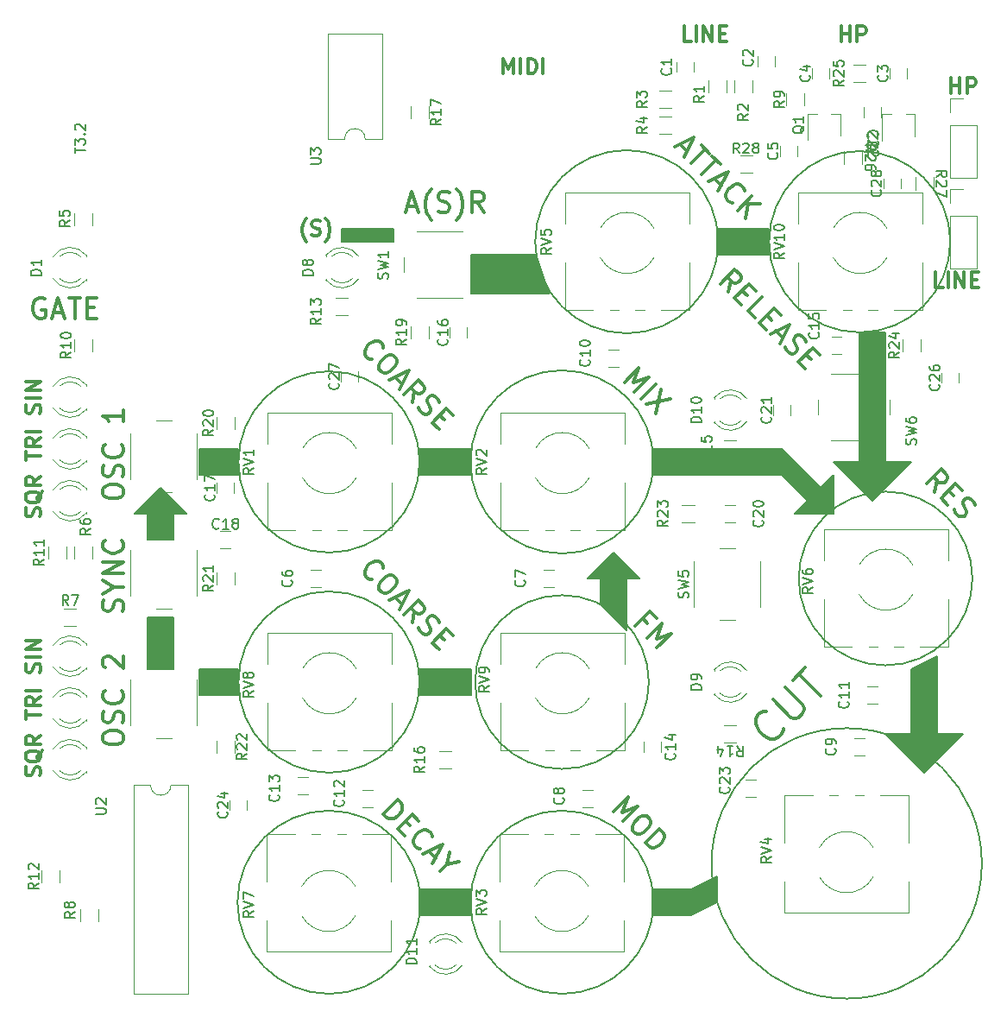
<source format=gto>
G04 #@! TF.GenerationSoftware,KiCad,Pcbnew,(2017-11-24 revision 9df938484)-makepkg*
G04 #@! TF.CreationDate,2018-02-06T21:34:55+01:00*
G04 #@! TF.ProjectId,DigiSynth,4469676953796E74682E6B696361645F,rev?*
G04 #@! TF.SameCoordinates,Original*
G04 #@! TF.FileFunction,Legend,Top*
G04 #@! TF.FilePolarity,Positive*
%FSLAX46Y46*%
G04 Gerber Fmt 4.6, Leading zero omitted, Abs format (unit mm)*
G04 Created by KiCad (PCBNEW (2017-11-24 revision 9df938484)-makepkg) date 02/06/18 21:34:55*
%MOMM*%
%LPD*%
G01*
G04 APERTURE LIST*
%ADD10C,0.300000*%
%ADD11C,0.150000*%
%ADD12C,0.200000*%
%ADD13C,0.120000*%
G04 APERTURE END LIST*
D10*
X107227857Y-43858571D02*
X106513571Y-43858571D01*
X106513571Y-42358571D01*
X107727857Y-43858571D02*
X107727857Y-42358571D01*
X108442142Y-43858571D02*
X108442142Y-42358571D01*
X109299285Y-43858571D01*
X109299285Y-42358571D01*
X110013571Y-43072857D02*
X110513571Y-43072857D01*
X110727857Y-43858571D02*
X110013571Y-43858571D01*
X110013571Y-42358571D01*
X110727857Y-42358571D01*
X108041428Y-24808571D02*
X108041428Y-23308571D01*
X108041428Y-24022857D02*
X108898571Y-24022857D01*
X108898571Y-24808571D02*
X108898571Y-23308571D01*
X109612857Y-24808571D02*
X109612857Y-23308571D01*
X110184285Y-23308571D01*
X110327142Y-23380000D01*
X110398571Y-23451428D01*
X110470000Y-23594285D01*
X110470000Y-23808571D01*
X110398571Y-23951428D01*
X110327142Y-24022857D01*
X110184285Y-24094285D01*
X109612857Y-24094285D01*
X64075714Y-22903571D02*
X64075714Y-21403571D01*
X64575714Y-22475000D01*
X65075714Y-21403571D01*
X65075714Y-22903571D01*
X65790000Y-22903571D02*
X65790000Y-21403571D01*
X66504285Y-22903571D02*
X66504285Y-21403571D01*
X66861428Y-21403571D01*
X67075714Y-21475000D01*
X67218571Y-21617857D01*
X67290000Y-21760714D01*
X67361428Y-22046428D01*
X67361428Y-22260714D01*
X67290000Y-22546428D01*
X67218571Y-22689285D01*
X67075714Y-22832142D01*
X66861428Y-22903571D01*
X66504285Y-22903571D01*
X68004285Y-22903571D02*
X68004285Y-21403571D01*
X82526428Y-19728571D02*
X81812142Y-19728571D01*
X81812142Y-18228571D01*
X83026428Y-19728571D02*
X83026428Y-18228571D01*
X83740714Y-19728571D02*
X83740714Y-18228571D01*
X84597857Y-19728571D01*
X84597857Y-18228571D01*
X85312142Y-18942857D02*
X85812142Y-18942857D01*
X86026428Y-19728571D02*
X85312142Y-19728571D01*
X85312142Y-18228571D01*
X86026428Y-18228571D01*
X97246428Y-19728571D02*
X97246428Y-18228571D01*
X97246428Y-18942857D02*
X98103571Y-18942857D01*
X98103571Y-19728571D02*
X98103571Y-18228571D01*
X98817857Y-19728571D02*
X98817857Y-18228571D01*
X99389285Y-18228571D01*
X99532142Y-18300000D01*
X99603571Y-18371428D01*
X99675000Y-18514285D01*
X99675000Y-18728571D01*
X99603571Y-18871428D01*
X99532142Y-18942857D01*
X99389285Y-19014285D01*
X98817857Y-19014285D01*
X91569923Y-87110305D02*
X91569923Y-87312335D01*
X91367893Y-87716396D01*
X91165862Y-87918427D01*
X90761801Y-88120457D01*
X90357740Y-88120457D01*
X90054694Y-88019442D01*
X89549618Y-87716396D01*
X89246572Y-87413350D01*
X88943527Y-86908274D01*
X88842511Y-86605228D01*
X88842511Y-86201167D01*
X89044542Y-85797106D01*
X89246572Y-85595076D01*
X89650633Y-85393045D01*
X89852664Y-85393045D01*
X90559771Y-84281877D02*
X92277030Y-85999137D01*
X92580076Y-86100152D01*
X92782106Y-86100152D01*
X93085152Y-85999137D01*
X93489213Y-85595076D01*
X93590228Y-85292030D01*
X93590228Y-85090000D01*
X93489213Y-84786954D01*
X91771954Y-83069694D01*
X92479061Y-82362588D02*
X93691244Y-81150405D01*
X95206472Y-83877816D02*
X93085152Y-81756496D01*
X106434771Y-63899297D02*
X106636801Y-62754458D01*
X105626649Y-63091175D02*
X107040862Y-61676962D01*
X107579610Y-62215710D01*
X107646954Y-62417740D01*
X107646954Y-62552427D01*
X107579610Y-62754458D01*
X107377580Y-62956488D01*
X107175549Y-63023832D01*
X107040862Y-63023832D01*
X106838832Y-62956488D01*
X106300084Y-62417740D01*
X107781641Y-63764610D02*
X108253045Y-64236015D01*
X107714297Y-65178824D02*
X107040862Y-64505389D01*
X108455076Y-63091175D01*
X109128511Y-63764610D01*
X108320389Y-65650228D02*
X108455076Y-65919602D01*
X108791793Y-66256320D01*
X108993824Y-66323663D01*
X109128511Y-66323663D01*
X109330541Y-66256320D01*
X109465228Y-66121633D01*
X109532572Y-65919602D01*
X109532572Y-65784915D01*
X109465228Y-65582885D01*
X109263198Y-65246167D01*
X109195854Y-65044137D01*
X109195854Y-64909450D01*
X109263198Y-64707419D01*
X109397885Y-64572732D01*
X109599915Y-64505389D01*
X109734602Y-64505389D01*
X109936633Y-64572732D01*
X110273350Y-64909450D01*
X110408037Y-65178824D01*
X86196733Y-44296259D02*
X86398763Y-43151420D01*
X85388611Y-43488137D02*
X86802824Y-42073924D01*
X87341572Y-42612672D01*
X87408916Y-42814702D01*
X87408916Y-42949389D01*
X87341572Y-43151420D01*
X87139542Y-43353450D01*
X86937511Y-43420794D01*
X86802824Y-43420794D01*
X86600794Y-43353450D01*
X86062046Y-42814702D01*
X87543603Y-44161572D02*
X88015007Y-44632977D01*
X87476259Y-45575786D02*
X86802824Y-44902351D01*
X88217038Y-43488137D01*
X88890473Y-44161572D01*
X88755786Y-46855312D02*
X88082351Y-46181877D01*
X89496564Y-44767664D01*
X89967969Y-46585938D02*
X90439374Y-47057343D01*
X89900625Y-48000152D02*
X89227190Y-47326717D01*
X90641404Y-45912503D01*
X91314839Y-46585938D01*
X90843435Y-48134839D02*
X91516870Y-48808274D01*
X90304687Y-48404213D02*
X92190305Y-47461404D01*
X91247496Y-49347022D01*
X91718900Y-49683740D02*
X91853587Y-49953114D01*
X92190305Y-50289831D01*
X92392335Y-50357175D01*
X92527022Y-50357175D01*
X92729053Y-50289831D01*
X92863740Y-50155144D01*
X92931083Y-49953114D01*
X92931083Y-49818427D01*
X92863740Y-49616396D01*
X92661709Y-49279679D01*
X92594366Y-49077648D01*
X92594366Y-48942961D01*
X92661709Y-48740931D01*
X92796396Y-48606244D01*
X92998427Y-48538900D01*
X93133114Y-48538900D01*
X93335144Y-48606244D01*
X93671862Y-48942961D01*
X93806549Y-49212335D01*
X93806549Y-50424518D02*
X94277953Y-50895923D01*
X93739205Y-51838732D02*
X93065770Y-51165297D01*
X94479984Y-49751083D01*
X95153419Y-50424518D01*
X81419779Y-29821183D02*
X82093214Y-30494618D01*
X80881031Y-30090557D02*
X82766649Y-29147748D01*
X81823840Y-31033366D01*
X83507427Y-29888527D02*
X84315549Y-30696649D01*
X82497275Y-31706801D02*
X83911488Y-30292588D01*
X84584923Y-30966023D02*
X85393045Y-31774145D01*
X83574771Y-32784297D02*
X84988984Y-31370084D01*
X84786954Y-33188358D02*
X85460389Y-33861793D01*
X84248206Y-33457732D02*
X86133824Y-32514923D01*
X85191015Y-34400541D01*
X86605228Y-35545381D02*
X86470541Y-35545381D01*
X86201167Y-35410694D01*
X86066480Y-35276007D01*
X85931793Y-35006633D01*
X85931793Y-34737259D01*
X85999137Y-34535228D01*
X86201167Y-34198511D01*
X86403198Y-33996480D01*
X86739915Y-33794450D01*
X86941946Y-33727106D01*
X87211320Y-33727106D01*
X87480694Y-33861793D01*
X87615381Y-33996480D01*
X87750068Y-34265854D01*
X87750068Y-34400541D01*
X87076633Y-36286159D02*
X88490846Y-34871946D01*
X87884755Y-37094281D02*
X88086785Y-35680068D01*
X89298968Y-35680068D02*
X87682724Y-35680068D01*
X44791428Y-39350000D02*
X44720000Y-39278571D01*
X44577142Y-39064285D01*
X44505714Y-38921428D01*
X44434285Y-38707142D01*
X44362857Y-38350000D01*
X44362857Y-38064285D01*
X44434285Y-37707142D01*
X44505714Y-37492857D01*
X44577142Y-37350000D01*
X44720000Y-37135714D01*
X44791428Y-37064285D01*
X45291428Y-38707142D02*
X45505714Y-38778571D01*
X45862857Y-38778571D01*
X46005714Y-38707142D01*
X46077142Y-38635714D01*
X46148571Y-38492857D01*
X46148571Y-38350000D01*
X46077142Y-38207142D01*
X46005714Y-38135714D01*
X45862857Y-38064285D01*
X45577142Y-37992857D01*
X45434285Y-37921428D01*
X45362857Y-37850000D01*
X45291428Y-37707142D01*
X45291428Y-37564285D01*
X45362857Y-37421428D01*
X45434285Y-37350000D01*
X45577142Y-37278571D01*
X45934285Y-37278571D01*
X46148571Y-37350000D01*
X46648571Y-39350000D02*
X46720000Y-39278571D01*
X46862857Y-39064285D01*
X46934285Y-38921428D01*
X47005714Y-38707142D01*
X47077142Y-38350000D01*
X47077142Y-38064285D01*
X47005714Y-37707142D01*
X46934285Y-37492857D01*
X46862857Y-37350000D01*
X46720000Y-37135714D01*
X46648571Y-37064285D01*
X54658095Y-35893333D02*
X55610476Y-35893333D01*
X54467619Y-36464761D02*
X55134285Y-34464761D01*
X55800952Y-36464761D01*
X57039047Y-37226666D02*
X56943809Y-37131428D01*
X56753333Y-36845714D01*
X56658095Y-36655238D01*
X56562857Y-36369523D01*
X56467619Y-35893333D01*
X56467619Y-35512380D01*
X56562857Y-35036190D01*
X56658095Y-34750476D01*
X56753333Y-34560000D01*
X56943809Y-34274285D01*
X57039047Y-34179047D01*
X57705714Y-36369523D02*
X57991428Y-36464761D01*
X58467619Y-36464761D01*
X58658095Y-36369523D01*
X58753333Y-36274285D01*
X58848571Y-36083809D01*
X58848571Y-35893333D01*
X58753333Y-35702857D01*
X58658095Y-35607619D01*
X58467619Y-35512380D01*
X58086666Y-35417142D01*
X57896190Y-35321904D01*
X57800952Y-35226666D01*
X57705714Y-35036190D01*
X57705714Y-34845714D01*
X57800952Y-34655238D01*
X57896190Y-34560000D01*
X58086666Y-34464761D01*
X58562857Y-34464761D01*
X58848571Y-34560000D01*
X59515238Y-37226666D02*
X59610476Y-37131428D01*
X59800952Y-36845714D01*
X59896190Y-36655238D01*
X59991428Y-36369523D01*
X60086666Y-35893333D01*
X60086666Y-35512380D01*
X59991428Y-35036190D01*
X59896190Y-34750476D01*
X59800952Y-34560000D01*
X59610476Y-34274285D01*
X59515238Y-34179047D01*
X62181904Y-36464761D02*
X61515238Y-35512380D01*
X61039047Y-36464761D02*
X61039047Y-34464761D01*
X61800952Y-34464761D01*
X61991428Y-34560000D01*
X62086666Y-34655238D01*
X62181904Y-34845714D01*
X62181904Y-35131428D01*
X62086666Y-35321904D01*
X61991428Y-35417142D01*
X61800952Y-35512380D01*
X61039047Y-35512380D01*
X74910946Y-95240473D02*
X76325160Y-93826259D01*
X75786412Y-95307816D01*
X77267969Y-94769068D01*
X75853755Y-96183282D01*
X78210778Y-95711877D02*
X78480152Y-95981251D01*
X78547496Y-96183282D01*
X78547496Y-96452656D01*
X78345465Y-96789374D01*
X77874061Y-97260778D01*
X77537343Y-97462809D01*
X77267969Y-97462809D01*
X77065938Y-97395465D01*
X76796564Y-97126091D01*
X76729221Y-96924061D01*
X76729221Y-96654687D01*
X76931251Y-96317969D01*
X77402656Y-95846564D01*
X77739374Y-95644534D01*
X78008748Y-95644534D01*
X78210778Y-95711877D01*
X78008748Y-98338274D02*
X79422961Y-96924061D01*
X79759679Y-97260778D01*
X79894366Y-97530152D01*
X79894366Y-97799526D01*
X79827022Y-98001557D01*
X79624992Y-98338274D01*
X79422961Y-98540305D01*
X79086244Y-98742335D01*
X78884213Y-98809679D01*
X78614839Y-98809679D01*
X78345465Y-98674992D01*
X78008748Y-98338274D01*
X52310794Y-95500320D02*
X53725007Y-94086107D01*
X54061725Y-94422824D01*
X54196412Y-94692198D01*
X54196412Y-94961572D01*
X54129068Y-95163603D01*
X53927038Y-95500320D01*
X53725007Y-95702351D01*
X53388290Y-95904381D01*
X53186259Y-95971725D01*
X52916885Y-95971725D01*
X52647511Y-95837038D01*
X52310794Y-95500320D01*
X54465786Y-96173755D02*
X54937190Y-96645160D01*
X54398442Y-97587969D02*
X53725007Y-96914534D01*
X55139221Y-95500320D01*
X55812656Y-96173755D01*
X55947343Y-98867496D02*
X55812656Y-98867496D01*
X55543282Y-98732809D01*
X55408595Y-98598122D01*
X55273908Y-98328748D01*
X55273908Y-98059374D01*
X55341251Y-97857343D01*
X55543282Y-97520625D01*
X55745312Y-97318595D01*
X56082030Y-97116564D01*
X56284061Y-97049221D01*
X56553435Y-97049221D01*
X56822809Y-97183908D01*
X56957496Y-97318595D01*
X57092183Y-97587969D01*
X57092183Y-97722656D01*
X56755465Y-99136870D02*
X57428900Y-99810305D01*
X56216717Y-99406244D02*
X58102335Y-98463435D01*
X57159526Y-100349053D01*
X58573740Y-100416396D02*
X57900305Y-101089831D01*
X58843114Y-99204213D02*
X58573740Y-100416396D01*
X59785923Y-100147022D01*
X78234923Y-76762893D02*
X77763519Y-76291488D01*
X77022740Y-77032267D02*
X78436954Y-75618053D01*
X79110389Y-76291488D01*
X78234923Y-78244450D02*
X79649137Y-76830236D01*
X79110389Y-78311793D01*
X80591946Y-77773045D01*
X79177732Y-79187259D01*
X75983679Y-53133206D02*
X77397893Y-51718992D01*
X76859145Y-53200549D01*
X78340702Y-52661801D01*
X76926488Y-54076015D01*
X77599923Y-54749450D02*
X79014137Y-53335236D01*
X79552885Y-53873984D02*
X79081480Y-56231007D01*
X80495694Y-54816793D02*
X78138671Y-55288198D01*
X51175481Y-72505633D02*
X51040794Y-72505633D01*
X50771420Y-72370946D01*
X50636733Y-72236259D01*
X50502046Y-71966885D01*
X50502046Y-71697511D01*
X50569389Y-71495481D01*
X50771420Y-71158763D01*
X50973450Y-70956733D01*
X51310168Y-70754702D01*
X51512198Y-70687359D01*
X51781572Y-70687359D01*
X52050946Y-70822046D01*
X52185633Y-70956733D01*
X52320320Y-71226107D01*
X52320320Y-71360794D01*
X53330473Y-72101572D02*
X53599847Y-72370946D01*
X53667190Y-72572977D01*
X53667190Y-72842351D01*
X53465160Y-73179068D01*
X52993755Y-73650473D01*
X52657038Y-73852503D01*
X52387664Y-73852503D01*
X52185633Y-73785160D01*
X51916259Y-73515786D01*
X51848916Y-73313755D01*
X51848916Y-73044381D01*
X52050946Y-72707664D01*
X52522351Y-72236259D01*
X52859068Y-72034229D01*
X53128442Y-72034229D01*
X53330473Y-72101572D01*
X53465160Y-74256564D02*
X54138595Y-74930000D01*
X52926412Y-74525938D02*
X54812030Y-73583129D01*
X53869221Y-75468748D01*
X55148748Y-76748274D02*
X55350778Y-75603435D01*
X54340625Y-75940152D02*
X55754839Y-74525938D01*
X56293587Y-75064687D01*
X56360931Y-75266717D01*
X56360931Y-75401404D01*
X56293587Y-75603435D01*
X56091557Y-75805465D01*
X55889526Y-75872809D01*
X55754839Y-75872809D01*
X55552809Y-75805465D01*
X55014061Y-75266717D01*
X55754839Y-77219679D02*
X55889526Y-77489053D01*
X56226244Y-77825770D01*
X56428274Y-77893114D01*
X56562961Y-77893114D01*
X56764992Y-77825770D01*
X56899679Y-77691083D01*
X56967022Y-77489053D01*
X56967022Y-77354366D01*
X56899679Y-77152335D01*
X56697648Y-76815618D01*
X56630305Y-76613587D01*
X56630305Y-76478900D01*
X56697648Y-76276870D01*
X56832335Y-76142183D01*
X57034366Y-76074839D01*
X57169053Y-76074839D01*
X57371083Y-76142183D01*
X57707801Y-76478900D01*
X57842488Y-76748274D01*
X57842488Y-77960457D02*
X58313892Y-78431862D01*
X57775144Y-79374671D02*
X57101709Y-78701236D01*
X58515923Y-77287022D01*
X59189358Y-77960457D01*
X51175481Y-50915633D02*
X51040794Y-50915633D01*
X50771420Y-50780946D01*
X50636733Y-50646259D01*
X50502046Y-50376885D01*
X50502046Y-50107511D01*
X50569389Y-49905481D01*
X50771420Y-49568763D01*
X50973450Y-49366733D01*
X51310168Y-49164702D01*
X51512198Y-49097359D01*
X51781572Y-49097359D01*
X52050946Y-49232046D01*
X52185633Y-49366733D01*
X52320320Y-49636107D01*
X52320320Y-49770794D01*
X53330473Y-50511572D02*
X53599847Y-50780946D01*
X53667190Y-50982977D01*
X53667190Y-51252351D01*
X53465160Y-51589068D01*
X52993755Y-52060473D01*
X52657038Y-52262503D01*
X52387664Y-52262503D01*
X52185633Y-52195160D01*
X51916259Y-51925786D01*
X51848916Y-51723755D01*
X51848916Y-51454381D01*
X52050946Y-51117664D01*
X52522351Y-50646259D01*
X52859068Y-50444229D01*
X53128442Y-50444229D01*
X53330473Y-50511572D01*
X53465160Y-52666564D02*
X54138595Y-53340000D01*
X52926412Y-52935938D02*
X54812030Y-51993129D01*
X53869221Y-53878748D01*
X55148748Y-55158274D02*
X55350778Y-54013435D01*
X54340625Y-54350152D02*
X55754839Y-52935938D01*
X56293587Y-53474687D01*
X56360931Y-53676717D01*
X56360931Y-53811404D01*
X56293587Y-54013435D01*
X56091557Y-54215465D01*
X55889526Y-54282809D01*
X55754839Y-54282809D01*
X55552809Y-54215465D01*
X55014061Y-53676717D01*
X55754839Y-55629679D02*
X55889526Y-55899053D01*
X56226244Y-56235770D01*
X56428274Y-56303114D01*
X56562961Y-56303114D01*
X56764992Y-56235770D01*
X56899679Y-56101083D01*
X56967022Y-55899053D01*
X56967022Y-55764366D01*
X56899679Y-55562335D01*
X56697648Y-55225618D01*
X56630305Y-55023587D01*
X56630305Y-54888900D01*
X56697648Y-54686870D01*
X56832335Y-54552183D01*
X57034366Y-54484839D01*
X57169053Y-54484839D01*
X57371083Y-54552183D01*
X57707801Y-54888900D01*
X57842488Y-55158274D01*
X57842488Y-56370457D02*
X58313892Y-56841862D01*
X57775144Y-57784671D02*
X57101709Y-57111236D01*
X58515923Y-55697022D01*
X59189358Y-56370457D01*
D11*
G36*
X78740000Y-105410000D02*
X82550000Y-105410000D01*
X85090000Y-104140000D01*
X85090000Y-101600000D01*
X82550000Y-102870000D01*
X78740000Y-102870000D01*
X78740000Y-105410000D01*
G37*
X78740000Y-105410000D02*
X82550000Y-105410000D01*
X85090000Y-104140000D01*
X85090000Y-101600000D01*
X82550000Y-102870000D01*
X78740000Y-102870000D01*
X78740000Y-105410000D01*
G36*
X55880000Y-102870000D02*
X60960000Y-102870000D01*
X60960000Y-105410000D01*
X55880000Y-105410000D01*
X55880000Y-102870000D01*
G37*
X55880000Y-102870000D02*
X60960000Y-102870000D01*
X60960000Y-105410000D01*
X55880000Y-105410000D01*
X55880000Y-102870000D01*
G36*
X106680000Y-80010000D02*
X106680000Y-87630000D01*
X109220000Y-87630000D01*
X105410000Y-91440000D01*
X101600000Y-87630000D01*
X104140000Y-87630000D01*
X104140000Y-81280000D01*
X106680000Y-80010000D01*
G37*
X106680000Y-80010000D02*
X106680000Y-87630000D01*
X109220000Y-87630000D01*
X105410000Y-91440000D01*
X101600000Y-87630000D01*
X104140000Y-87630000D01*
X104140000Y-81280000D01*
X106680000Y-80010000D01*
G36*
X99060000Y-48260000D02*
X99060000Y-60960000D01*
X96520000Y-60960000D01*
X99060000Y-63500000D01*
X100330000Y-64770000D01*
X104140000Y-60960000D01*
X101600000Y-60960000D01*
X101600000Y-48260000D01*
X99060000Y-48260000D01*
G37*
X99060000Y-48260000D02*
X99060000Y-60960000D01*
X96520000Y-60960000D01*
X99060000Y-63500000D01*
X100330000Y-64770000D01*
X104140000Y-60960000D01*
X101600000Y-60960000D01*
X101600000Y-48260000D01*
X99060000Y-48260000D01*
G36*
X78740000Y-59690000D02*
X91440000Y-59690000D01*
X95250000Y-63500000D01*
X96520000Y-62230000D01*
X96520000Y-66040000D01*
X92710000Y-66040000D01*
X93980000Y-64770000D01*
X91440000Y-62230000D01*
X78740000Y-62230000D01*
X78740000Y-59690000D01*
G37*
X78740000Y-59690000D02*
X91440000Y-59690000D01*
X95250000Y-63500000D01*
X96520000Y-62230000D01*
X96520000Y-66040000D01*
X92710000Y-66040000D01*
X93980000Y-64770000D01*
X91440000Y-62230000D01*
X78740000Y-62230000D01*
X78740000Y-59690000D01*
G36*
X85090000Y-38100000D02*
X90170000Y-38100000D01*
X90170000Y-40640000D01*
X85090000Y-40640000D01*
X85090000Y-38100000D01*
G37*
X85090000Y-38100000D02*
X90170000Y-38100000D01*
X90170000Y-40640000D01*
X85090000Y-40640000D01*
X85090000Y-38100000D01*
G36*
X48260000Y-38100000D02*
X48260000Y-39370000D01*
X53340000Y-39370000D01*
X53340000Y-38100000D01*
X48260000Y-38100000D01*
G37*
X48260000Y-38100000D02*
X48260000Y-39370000D01*
X53340000Y-39370000D01*
X53340000Y-38100000D01*
X48260000Y-38100000D01*
G36*
X60960000Y-40640000D02*
X67310000Y-40640000D01*
X68580000Y-44450000D01*
X60960000Y-44450000D01*
X60960000Y-40640000D01*
G37*
X60960000Y-40640000D02*
X67310000Y-40640000D01*
X68580000Y-44450000D01*
X60960000Y-44450000D01*
X60960000Y-40640000D01*
G36*
X73660000Y-74930000D02*
X73660000Y-72390000D01*
X72390000Y-72390000D01*
X74930000Y-69850000D01*
X77470000Y-72390000D01*
X76200000Y-72390000D01*
X76200000Y-77470000D01*
X73660000Y-74930000D01*
G37*
X73660000Y-74930000D02*
X73660000Y-72390000D01*
X72390000Y-72390000D01*
X74930000Y-69850000D01*
X77470000Y-72390000D01*
X76200000Y-72390000D01*
X76200000Y-77470000D01*
X73660000Y-74930000D01*
G36*
X55880000Y-81280000D02*
X55880000Y-83820000D01*
X60960000Y-83820000D01*
X60960000Y-81280000D01*
X55880000Y-81280000D01*
G37*
X55880000Y-81280000D02*
X55880000Y-83820000D01*
X60960000Y-83820000D01*
X60960000Y-81280000D01*
X55880000Y-81280000D01*
G36*
X55880000Y-59690000D02*
X60960000Y-59690000D01*
X60960000Y-62230000D01*
X55880000Y-62230000D01*
X55880000Y-59690000D01*
G37*
X55880000Y-59690000D02*
X60960000Y-59690000D01*
X60960000Y-62230000D01*
X55880000Y-62230000D01*
X55880000Y-59690000D01*
G36*
X34290000Y-81280000D02*
X38100000Y-81280000D01*
X38100000Y-83820000D01*
X34290000Y-83820000D01*
X34290000Y-81280000D01*
G37*
X34290000Y-81280000D02*
X38100000Y-81280000D01*
X38100000Y-83820000D01*
X34290000Y-83820000D01*
X34290000Y-81280000D01*
G36*
X29210000Y-76200000D02*
X29210000Y-81280000D01*
X31750000Y-81280000D01*
X31750000Y-76200000D01*
X29210000Y-76200000D01*
G37*
X29210000Y-76200000D02*
X29210000Y-81280000D01*
X31750000Y-81280000D01*
X31750000Y-76200000D01*
X29210000Y-76200000D01*
G36*
X27940000Y-66040000D02*
X30480000Y-63500000D01*
X33020000Y-66040000D01*
X31750000Y-66040000D01*
X31750000Y-68580000D01*
X29210000Y-68580000D01*
X29210000Y-66040000D01*
X27940000Y-66040000D01*
G37*
X27940000Y-66040000D02*
X30480000Y-63500000D01*
X33020000Y-66040000D01*
X31750000Y-66040000D01*
X31750000Y-68580000D01*
X29210000Y-68580000D01*
X29210000Y-66040000D01*
X27940000Y-66040000D01*
G36*
X34290000Y-59690000D02*
X38100000Y-59690000D01*
X38100000Y-62230000D01*
X34290000Y-62230000D01*
X34290000Y-59690000D01*
G37*
X34290000Y-59690000D02*
X38100000Y-59690000D01*
X38100000Y-62230000D01*
X34290000Y-62230000D01*
X34290000Y-59690000D01*
D10*
X24812761Y-88185142D02*
X24812761Y-87804190D01*
X24908000Y-87613714D01*
X25098476Y-87423238D01*
X25479428Y-87328000D01*
X26146095Y-87328000D01*
X26527047Y-87423238D01*
X26717523Y-87613714D01*
X26812761Y-87804190D01*
X26812761Y-88185142D01*
X26717523Y-88375619D01*
X26527047Y-88566095D01*
X26146095Y-88661333D01*
X25479428Y-88661333D01*
X25098476Y-88566095D01*
X24908000Y-88375619D01*
X24812761Y-88185142D01*
X26717523Y-86566095D02*
X26812761Y-86280380D01*
X26812761Y-85804190D01*
X26717523Y-85613714D01*
X26622285Y-85518476D01*
X26431809Y-85423238D01*
X26241333Y-85423238D01*
X26050857Y-85518476D01*
X25955619Y-85613714D01*
X25860380Y-85804190D01*
X25765142Y-86185142D01*
X25669904Y-86375619D01*
X25574666Y-86470857D01*
X25384190Y-86566095D01*
X25193714Y-86566095D01*
X25003238Y-86470857D01*
X24908000Y-86375619D01*
X24812761Y-86185142D01*
X24812761Y-85708952D01*
X24908000Y-85423238D01*
X26622285Y-83423238D02*
X26717523Y-83518476D01*
X26812761Y-83804190D01*
X26812761Y-83994666D01*
X26717523Y-84280380D01*
X26527047Y-84470857D01*
X26336571Y-84566095D01*
X25955619Y-84661333D01*
X25669904Y-84661333D01*
X25288952Y-84566095D01*
X25098476Y-84470857D01*
X24908000Y-84280380D01*
X24812761Y-83994666D01*
X24812761Y-83804190D01*
X24908000Y-83518476D01*
X25003238Y-83423238D01*
X25003238Y-81137523D02*
X24908000Y-81042285D01*
X24812761Y-80851809D01*
X24812761Y-80375619D01*
X24908000Y-80185142D01*
X25003238Y-80089904D01*
X25193714Y-79994666D01*
X25384190Y-79994666D01*
X25669904Y-80089904D01*
X26812761Y-81232761D01*
X26812761Y-79994666D01*
X26717523Y-75612190D02*
X26812761Y-75326476D01*
X26812761Y-74850285D01*
X26717523Y-74659809D01*
X26622285Y-74564571D01*
X26431809Y-74469333D01*
X26241333Y-74469333D01*
X26050857Y-74564571D01*
X25955619Y-74659809D01*
X25860380Y-74850285D01*
X25765142Y-75231238D01*
X25669904Y-75421714D01*
X25574666Y-75516952D01*
X25384190Y-75612190D01*
X25193714Y-75612190D01*
X25003238Y-75516952D01*
X24908000Y-75421714D01*
X24812761Y-75231238D01*
X24812761Y-74755047D01*
X24908000Y-74469333D01*
X25860380Y-73231238D02*
X26812761Y-73231238D01*
X24812761Y-73897904D02*
X25860380Y-73231238D01*
X24812761Y-72564571D01*
X26812761Y-71897904D02*
X24812761Y-71897904D01*
X26812761Y-70755047D01*
X24812761Y-70755047D01*
X26622285Y-68659809D02*
X26717523Y-68755047D01*
X26812761Y-69040761D01*
X26812761Y-69231238D01*
X26717523Y-69516952D01*
X26527047Y-69707428D01*
X26336571Y-69802666D01*
X25955619Y-69897904D01*
X25669904Y-69897904D01*
X25288952Y-69802666D01*
X25098476Y-69707428D01*
X24908000Y-69516952D01*
X24812761Y-69231238D01*
X24812761Y-69040761D01*
X24908000Y-68755047D01*
X25003238Y-68659809D01*
X24812761Y-64055142D02*
X24812761Y-63674190D01*
X24908000Y-63483714D01*
X25098476Y-63293238D01*
X25479428Y-63198000D01*
X26146095Y-63198000D01*
X26527047Y-63293238D01*
X26717523Y-63483714D01*
X26812761Y-63674190D01*
X26812761Y-64055142D01*
X26717523Y-64245619D01*
X26527047Y-64436095D01*
X26146095Y-64531333D01*
X25479428Y-64531333D01*
X25098476Y-64436095D01*
X24908000Y-64245619D01*
X24812761Y-64055142D01*
X26717523Y-62436095D02*
X26812761Y-62150380D01*
X26812761Y-61674190D01*
X26717523Y-61483714D01*
X26622285Y-61388476D01*
X26431809Y-61293238D01*
X26241333Y-61293238D01*
X26050857Y-61388476D01*
X25955619Y-61483714D01*
X25860380Y-61674190D01*
X25765142Y-62055142D01*
X25669904Y-62245619D01*
X25574666Y-62340857D01*
X25384190Y-62436095D01*
X25193714Y-62436095D01*
X25003238Y-62340857D01*
X24908000Y-62245619D01*
X24812761Y-62055142D01*
X24812761Y-61578952D01*
X24908000Y-61293238D01*
X26622285Y-59293238D02*
X26717523Y-59388476D01*
X26812761Y-59674190D01*
X26812761Y-59864666D01*
X26717523Y-60150380D01*
X26527047Y-60340857D01*
X26336571Y-60436095D01*
X25955619Y-60531333D01*
X25669904Y-60531333D01*
X25288952Y-60436095D01*
X25098476Y-60340857D01*
X24908000Y-60150380D01*
X24812761Y-59864666D01*
X24812761Y-59674190D01*
X24908000Y-59388476D01*
X25003238Y-59293238D01*
X26812761Y-55864666D02*
X26812761Y-57007523D01*
X26812761Y-56436095D02*
X24812761Y-56436095D01*
X25098476Y-56626571D01*
X25288952Y-56817047D01*
X25384190Y-57007523D01*
X18641142Y-91732857D02*
X18712571Y-91518571D01*
X18712571Y-91161428D01*
X18641142Y-91018571D01*
X18569714Y-90947142D01*
X18426857Y-90875714D01*
X18284000Y-90875714D01*
X18141142Y-90947142D01*
X18069714Y-91018571D01*
X17998285Y-91161428D01*
X17926857Y-91447142D01*
X17855428Y-91590000D01*
X17784000Y-91661428D01*
X17641142Y-91732857D01*
X17498285Y-91732857D01*
X17355428Y-91661428D01*
X17284000Y-91590000D01*
X17212571Y-91447142D01*
X17212571Y-91090000D01*
X17284000Y-90875714D01*
X18855428Y-89232857D02*
X18784000Y-89375714D01*
X18641142Y-89518571D01*
X18426857Y-89732857D01*
X18355428Y-89875714D01*
X18355428Y-90018571D01*
X18712571Y-89947142D02*
X18641142Y-90090000D01*
X18498285Y-90232857D01*
X18212571Y-90304285D01*
X17712571Y-90304285D01*
X17426857Y-90232857D01*
X17284000Y-90090000D01*
X17212571Y-89947142D01*
X17212571Y-89661428D01*
X17284000Y-89518571D01*
X17426857Y-89375714D01*
X17712571Y-89304285D01*
X18212571Y-89304285D01*
X18498285Y-89375714D01*
X18641142Y-89518571D01*
X18712571Y-89661428D01*
X18712571Y-89947142D01*
X18712571Y-87804285D02*
X17998285Y-88304285D01*
X18712571Y-88661428D02*
X17212571Y-88661428D01*
X17212571Y-88090000D01*
X17284000Y-87947142D01*
X17355428Y-87875714D01*
X17498285Y-87804285D01*
X17712571Y-87804285D01*
X17855428Y-87875714D01*
X17926857Y-87947142D01*
X17998285Y-88090000D01*
X17998285Y-88661428D01*
X17212571Y-86232857D02*
X17212571Y-85375714D01*
X18712571Y-85804285D02*
X17212571Y-85804285D01*
X18712571Y-84018571D02*
X17998285Y-84518571D01*
X18712571Y-84875714D02*
X17212571Y-84875714D01*
X17212571Y-84304285D01*
X17284000Y-84161428D01*
X17355428Y-84090000D01*
X17498285Y-84018571D01*
X17712571Y-84018571D01*
X17855428Y-84090000D01*
X17926857Y-84161428D01*
X17998285Y-84304285D01*
X17998285Y-84875714D01*
X18712571Y-83375714D02*
X17212571Y-83375714D01*
X18641142Y-81590000D02*
X18712571Y-81375714D01*
X18712571Y-81018571D01*
X18641142Y-80875714D01*
X18569714Y-80804285D01*
X18426857Y-80732857D01*
X18284000Y-80732857D01*
X18141142Y-80804285D01*
X18069714Y-80875714D01*
X17998285Y-81018571D01*
X17926857Y-81304285D01*
X17855428Y-81447142D01*
X17784000Y-81518571D01*
X17641142Y-81590000D01*
X17498285Y-81590000D01*
X17355428Y-81518571D01*
X17284000Y-81447142D01*
X17212571Y-81304285D01*
X17212571Y-80947142D01*
X17284000Y-80732857D01*
X18712571Y-80090000D02*
X17212571Y-80090000D01*
X18712571Y-79375714D02*
X17212571Y-79375714D01*
X18712571Y-78518571D01*
X17212571Y-78518571D01*
X18641142Y-66332857D02*
X18712571Y-66118571D01*
X18712571Y-65761428D01*
X18641142Y-65618571D01*
X18569714Y-65547142D01*
X18426857Y-65475714D01*
X18284000Y-65475714D01*
X18141142Y-65547142D01*
X18069714Y-65618571D01*
X17998285Y-65761428D01*
X17926857Y-66047142D01*
X17855428Y-66190000D01*
X17784000Y-66261428D01*
X17641142Y-66332857D01*
X17498285Y-66332857D01*
X17355428Y-66261428D01*
X17284000Y-66190000D01*
X17212571Y-66047142D01*
X17212571Y-65690000D01*
X17284000Y-65475714D01*
X18855428Y-63832857D02*
X18784000Y-63975714D01*
X18641142Y-64118571D01*
X18426857Y-64332857D01*
X18355428Y-64475714D01*
X18355428Y-64618571D01*
X18712571Y-64547142D02*
X18641142Y-64690000D01*
X18498285Y-64832857D01*
X18212571Y-64904285D01*
X17712571Y-64904285D01*
X17426857Y-64832857D01*
X17284000Y-64690000D01*
X17212571Y-64547142D01*
X17212571Y-64261428D01*
X17284000Y-64118571D01*
X17426857Y-63975714D01*
X17712571Y-63904285D01*
X18212571Y-63904285D01*
X18498285Y-63975714D01*
X18641142Y-64118571D01*
X18712571Y-64261428D01*
X18712571Y-64547142D01*
X18712571Y-62404285D02*
X17998285Y-62904285D01*
X18712571Y-63261428D02*
X17212571Y-63261428D01*
X17212571Y-62690000D01*
X17284000Y-62547142D01*
X17355428Y-62475714D01*
X17498285Y-62404285D01*
X17712571Y-62404285D01*
X17855428Y-62475714D01*
X17926857Y-62547142D01*
X17998285Y-62690000D01*
X17998285Y-63261428D01*
X17212571Y-60832857D02*
X17212571Y-59975714D01*
X18712571Y-60404285D02*
X17212571Y-60404285D01*
X18712571Y-58618571D02*
X17998285Y-59118571D01*
X18712571Y-59475714D02*
X17212571Y-59475714D01*
X17212571Y-58904285D01*
X17284000Y-58761428D01*
X17355428Y-58690000D01*
X17498285Y-58618571D01*
X17712571Y-58618571D01*
X17855428Y-58690000D01*
X17926857Y-58761428D01*
X17998285Y-58904285D01*
X17998285Y-59475714D01*
X18712571Y-57975714D02*
X17212571Y-57975714D01*
X18641142Y-56190000D02*
X18712571Y-55975714D01*
X18712571Y-55618571D01*
X18641142Y-55475714D01*
X18569714Y-55404285D01*
X18426857Y-55332857D01*
X18284000Y-55332857D01*
X18141142Y-55404285D01*
X18069714Y-55475714D01*
X17998285Y-55618571D01*
X17926857Y-55904285D01*
X17855428Y-56047142D01*
X17784000Y-56118571D01*
X17641142Y-56190000D01*
X17498285Y-56190000D01*
X17355428Y-56118571D01*
X17284000Y-56047142D01*
X17212571Y-55904285D01*
X17212571Y-55547142D01*
X17284000Y-55332857D01*
X18712571Y-54690000D02*
X17212571Y-54690000D01*
X18712571Y-53975714D02*
X17212571Y-53975714D01*
X18712571Y-53118571D01*
X17212571Y-53118571D01*
X19082000Y-44974000D02*
X18891523Y-44878761D01*
X18605809Y-44878761D01*
X18320095Y-44974000D01*
X18129619Y-45164476D01*
X18034380Y-45354952D01*
X17939142Y-45735904D01*
X17939142Y-46021619D01*
X18034380Y-46402571D01*
X18129619Y-46593047D01*
X18320095Y-46783523D01*
X18605809Y-46878761D01*
X18796285Y-46878761D01*
X19082000Y-46783523D01*
X19177238Y-46688285D01*
X19177238Y-46021619D01*
X18796285Y-46021619D01*
X19939142Y-46307333D02*
X20891523Y-46307333D01*
X19748666Y-46878761D02*
X20415333Y-44878761D01*
X21082000Y-46878761D01*
X21462952Y-44878761D02*
X22605809Y-44878761D01*
X22034380Y-46878761D02*
X22034380Y-44878761D01*
X23272476Y-45831142D02*
X23939142Y-45831142D01*
X24224857Y-46878761D02*
X23272476Y-46878761D01*
X23272476Y-44878761D01*
X24224857Y-44878761D01*
D12*
X78830256Y-104140000D02*
G75*
G03X78830256Y-104140000I-8980256J0D01*
G01*
X55970256Y-104140000D02*
G75*
G03X55970256Y-104140000I-8980256J0D01*
G01*
X111049189Y-100330000D02*
G75*
G03X111049189Y-100330000I-13259189J0D01*
G01*
X110119419Y-72390000D02*
G75*
G03X110119419Y-72390000I-8519419J0D01*
G01*
X78369419Y-82550000D02*
G75*
G03X78369419Y-82550000I-8519419J0D01*
G01*
X55880000Y-82550000D02*
G75*
G03X55880000Y-82550000I-8890000J0D01*
G01*
X107950000Y-39370000D02*
G75*
G03X107950000Y-39370000I-8890000J0D01*
G01*
X85180256Y-39370000D02*
G75*
G03X85180256Y-39370000I-8980256J0D01*
G01*
X55880000Y-60960000D02*
G75*
G03X55880000Y-60960000I-8890000J0D01*
G01*
X78830256Y-60960000D02*
G75*
G03X78830256Y-60960000I-8980256J0D01*
G01*
D13*
X91225000Y-29980000D02*
X91225000Y-30980000D01*
X92925000Y-30980000D02*
X92925000Y-29980000D01*
X93950000Y-26825000D02*
X94860000Y-26825000D01*
X96260000Y-26825000D02*
X97170000Y-26825000D01*
X93950000Y-29400000D02*
X93950000Y-26825000D01*
X97170000Y-28975000D02*
X97170000Y-26825000D01*
X101260000Y-26865000D02*
X102170000Y-26865000D01*
X103570000Y-26865000D02*
X104480000Y-26865000D01*
X101260000Y-29440000D02*
X101260000Y-26865000D01*
X104480000Y-29015000D02*
X104480000Y-26865000D01*
X82765000Y-22725000D02*
X82765000Y-21725000D01*
X81065000Y-21725000D02*
X81065000Y-22725000D01*
X89010000Y-21200000D02*
X89010000Y-22200000D01*
X90710000Y-22200000D02*
X90710000Y-21200000D01*
X85970000Y-23530000D02*
X85970000Y-24730000D01*
X84210000Y-24730000D02*
X84210000Y-23530000D01*
X88510000Y-23530000D02*
X88510000Y-24730000D01*
X86750000Y-24730000D02*
X86750000Y-23530000D01*
X79410000Y-24520000D02*
X80610000Y-24520000D01*
X80610000Y-26280000D02*
X79410000Y-26280000D01*
X79410000Y-27060000D02*
X80610000Y-27060000D01*
X80610000Y-28820000D02*
X79410000Y-28820000D01*
X102020000Y-22360000D02*
X102020000Y-23360000D01*
X103720000Y-23360000D02*
X103720000Y-22360000D01*
X96100000Y-23360000D02*
X96100000Y-22360000D01*
X94400000Y-22360000D02*
X94400000Y-23360000D01*
X45220000Y-73240000D02*
X46220000Y-73240000D01*
X46220000Y-71540000D02*
X45220000Y-71540000D01*
X68080000Y-73240000D02*
X69080000Y-73240000D01*
X69080000Y-71540000D02*
X68080000Y-71540000D01*
X72890000Y-93130000D02*
X71890000Y-93130000D01*
X71890000Y-94830000D02*
X72890000Y-94830000D01*
X99560000Y-88050000D02*
X98560000Y-88050000D01*
X98560000Y-89750000D02*
X99560000Y-89750000D01*
X74430000Y-51650000D02*
X75430000Y-51650000D01*
X75430000Y-49950000D02*
X74430000Y-49950000D01*
X100830000Y-82970000D02*
X99830000Y-82970000D01*
X99830000Y-84670000D02*
X100830000Y-84670000D01*
X50300000Y-94830000D02*
X51300000Y-94830000D01*
X51300000Y-93130000D02*
X50300000Y-93130000D01*
X44950000Y-91860000D02*
X43950000Y-91860000D01*
X43950000Y-93560000D02*
X44950000Y-93560000D01*
X77890000Y-88400000D02*
X77890000Y-89400000D01*
X79590000Y-89400000D02*
X79590000Y-88400000D01*
X96290000Y-50380000D02*
X97290000Y-50380000D01*
X97290000Y-48680000D02*
X96290000Y-48680000D01*
X60540000Y-48760000D02*
X60540000Y-47760000D01*
X58840000Y-47760000D02*
X58840000Y-48760000D01*
X37680000Y-64000000D02*
X37680000Y-63000000D01*
X35980000Y-63000000D02*
X35980000Y-64000000D01*
X37330000Y-67730000D02*
X36330000Y-67730000D01*
X36330000Y-69430000D02*
X37330000Y-69430000D01*
X30980000Y-77890000D02*
X29980000Y-77890000D01*
X29980000Y-79590000D02*
X30980000Y-79590000D01*
X23150000Y-40830000D02*
X23150000Y-40674000D01*
X23150000Y-43146000D02*
X23150000Y-42990000D01*
X20548870Y-40830163D02*
G75*
G02X22630961Y-40830000I1041130J-1079837D01*
G01*
X20548870Y-42989837D02*
G75*
G03X22630961Y-42990000I1041130J1079837D01*
G01*
X19917665Y-40831392D02*
G75*
G02X23150000Y-40674484I1672335J-1078608D01*
G01*
X19917665Y-42988608D02*
G75*
G03X23150000Y-43145516I1672335J1078608D01*
G01*
X19917665Y-60768608D02*
G75*
G03X23150000Y-60925516I1672335J1078608D01*
G01*
X19917665Y-58611392D02*
G75*
G02X23150000Y-58454484I1672335J-1078608D01*
G01*
X20548870Y-60769837D02*
G75*
G03X22630961Y-60770000I1041130J1079837D01*
G01*
X20548870Y-58610163D02*
G75*
G02X22630961Y-58610000I1041130J-1079837D01*
G01*
X23150000Y-60926000D02*
X23150000Y-60770000D01*
X23150000Y-58610000D02*
X23150000Y-58454000D01*
X19917665Y-81088608D02*
G75*
G03X23150000Y-81245516I1672335J1078608D01*
G01*
X19917665Y-78931392D02*
G75*
G02X23150000Y-78774484I1672335J-1078608D01*
G01*
X20548870Y-81089837D02*
G75*
G03X22630961Y-81090000I1041130J1079837D01*
G01*
X20548870Y-78930163D02*
G75*
G02X22630961Y-78930000I1041130J-1079837D01*
G01*
X23150000Y-81246000D02*
X23150000Y-81090000D01*
X23150000Y-78930000D02*
X23150000Y-78774000D01*
X19917665Y-91248608D02*
G75*
G03X23150000Y-91405516I1672335J1078608D01*
G01*
X19917665Y-89091392D02*
G75*
G02X23150000Y-88934484I1672335J-1078608D01*
G01*
X20548870Y-91249837D02*
G75*
G03X22630961Y-91250000I1041130J1079837D01*
G01*
X20548870Y-89090163D02*
G75*
G02X22630961Y-89090000I1041130J-1079837D01*
G01*
X23150000Y-91406000D02*
X23150000Y-91250000D01*
X23150000Y-89090000D02*
X23150000Y-88934000D01*
X23150000Y-53530000D02*
X23150000Y-53374000D01*
X23150000Y-55846000D02*
X23150000Y-55690000D01*
X20548870Y-53530163D02*
G75*
G02X22630961Y-53530000I1041130J-1079837D01*
G01*
X20548870Y-55689837D02*
G75*
G03X22630961Y-55690000I1041130J1079837D01*
G01*
X19917665Y-53531392D02*
G75*
G02X23150000Y-53374484I1672335J-1078608D01*
G01*
X19917665Y-55688608D02*
G75*
G03X23150000Y-55845516I1672335J1078608D01*
G01*
X23150000Y-63690000D02*
X23150000Y-63534000D01*
X23150000Y-66006000D02*
X23150000Y-65850000D01*
X20548870Y-63690163D02*
G75*
G02X22630961Y-63690000I1041130J-1079837D01*
G01*
X20548870Y-65849837D02*
G75*
G03X22630961Y-65850000I1041130J1079837D01*
G01*
X19917665Y-63691392D02*
G75*
G02X23150000Y-63534484I1672335J-1078608D01*
G01*
X19917665Y-65848608D02*
G75*
G03X23150000Y-66005516I1672335J1078608D01*
G01*
X23150000Y-84010000D02*
X23150000Y-83854000D01*
X23150000Y-86326000D02*
X23150000Y-86170000D01*
X20548870Y-84010163D02*
G75*
G02X22630961Y-84010000I1041130J-1079837D01*
G01*
X20548870Y-86169837D02*
G75*
G03X22630961Y-86170000I1041130J1079837D01*
G01*
X19917665Y-84011392D02*
G75*
G02X23150000Y-83854484I1672335J-1078608D01*
G01*
X19917665Y-86168608D02*
G75*
G03X23150000Y-86325516I1672335J1078608D01*
G01*
X46700000Y-42990000D02*
X46700000Y-43146000D01*
X46700000Y-40674000D02*
X46700000Y-40830000D01*
X49301130Y-42989837D02*
G75*
G02X47219039Y-42990000I-1041130J1079837D01*
G01*
X49301130Y-40830163D02*
G75*
G03X47219039Y-40830000I-1041130J-1079837D01*
G01*
X49932335Y-42988608D02*
G75*
G02X46700000Y-43145516I-1672335J1078608D01*
G01*
X49932335Y-40831392D02*
G75*
G03X46700000Y-40674484I-1672335J-1078608D01*
G01*
X88032335Y-81471392D02*
G75*
G03X84800000Y-81314484I-1672335J-1078608D01*
G01*
X88032335Y-83628608D02*
G75*
G02X84800000Y-83785516I-1672335J1078608D01*
G01*
X87401130Y-81470163D02*
G75*
G03X85319039Y-81470000I-1041130J-1079837D01*
G01*
X87401130Y-83629837D02*
G75*
G02X85319039Y-83630000I-1041130J1079837D01*
G01*
X84800000Y-81314000D02*
X84800000Y-81470000D01*
X84800000Y-83630000D02*
X84800000Y-83786000D01*
X84800000Y-56960000D02*
X84800000Y-57116000D01*
X84800000Y-54644000D02*
X84800000Y-54800000D01*
X87401130Y-56959837D02*
G75*
G02X85319039Y-56960000I-1041130J1079837D01*
G01*
X87401130Y-54800163D02*
G75*
G03X85319039Y-54800000I-1041130J-1079837D01*
G01*
X88032335Y-56958608D02*
G75*
G02X84800000Y-57115516I-1672335J1078608D01*
G01*
X88032335Y-54801392D02*
G75*
G03X84800000Y-54644484I-1672335J-1078608D01*
G01*
X60092335Y-108141392D02*
G75*
G03X56860000Y-107984484I-1672335J-1078608D01*
G01*
X60092335Y-110298608D02*
G75*
G02X56860000Y-110455516I-1672335J1078608D01*
G01*
X59461130Y-108140163D02*
G75*
G03X57379039Y-108140000I-1041130J-1079837D01*
G01*
X59461130Y-110299837D02*
G75*
G02X57379039Y-110300000I-1041130J1079837D01*
G01*
X56860000Y-107984000D02*
X56860000Y-108140000D01*
X56860000Y-110300000D02*
X56860000Y-110456000D01*
X23740000Y-36550000D02*
X23740000Y-37750000D01*
X21980000Y-37750000D02*
X21980000Y-36550000D01*
X21980000Y-70450000D02*
X21980000Y-69250000D01*
X23740000Y-69250000D02*
X23740000Y-70450000D01*
X22190000Y-77080000D02*
X20990000Y-77080000D01*
X20990000Y-75320000D02*
X22190000Y-75320000D01*
X22615000Y-106010000D02*
X22615000Y-104810000D01*
X24375000Y-104810000D02*
X24375000Y-106010000D01*
X93590000Y-24800000D02*
X93590000Y-26000000D01*
X91830000Y-26000000D02*
X91830000Y-24800000D01*
X21980000Y-50130000D02*
X21980000Y-48930000D01*
X23740000Y-48930000D02*
X23740000Y-50130000D01*
X21200000Y-69250000D02*
X21200000Y-70450000D01*
X19440000Y-70450000D02*
X19440000Y-69250000D01*
X20565000Y-101000000D02*
X20565000Y-102200000D01*
X18805000Y-102200000D02*
X18805000Y-101000000D01*
X48860000Y-46600000D02*
X47660000Y-46600000D01*
X47660000Y-44840000D02*
X48860000Y-44840000D01*
X86960000Y-88510000D02*
X85760000Y-88510000D01*
X85760000Y-86750000D02*
X86960000Y-86750000D01*
X85760000Y-58810000D02*
X86960000Y-58810000D01*
X86960000Y-60570000D02*
X85760000Y-60570000D01*
X59020000Y-91050000D02*
X57820000Y-91050000D01*
X57820000Y-89290000D02*
X59020000Y-89290000D01*
X55000000Y-27270000D02*
X55000000Y-26070000D01*
X56760000Y-26070000D02*
X56760000Y-27270000D01*
X55000000Y-48860000D02*
X55000000Y-47660000D01*
X56760000Y-47660000D02*
X56760000Y-48860000D01*
X35950000Y-57750000D02*
X35950000Y-56550000D01*
X37710000Y-56550000D02*
X37710000Y-57750000D01*
X37710000Y-71790000D02*
X37710000Y-72990000D01*
X35950000Y-72990000D02*
X35950000Y-71790000D01*
X37710000Y-88300000D02*
X37710000Y-89500000D01*
X35950000Y-89500000D02*
X35950000Y-88300000D01*
X44405582Y-59625754D02*
G75*
G02X49654000Y-59625000I2624418J-1454246D01*
G01*
X49654100Y-62535624D02*
G75*
G02X44405000Y-62534000I-2624100J1455624D01*
G01*
X40920000Y-67640000D02*
X40920000Y-62982000D01*
X40920000Y-59177000D02*
X40920000Y-56170000D01*
X53140000Y-67640000D02*
X53140000Y-62982000D01*
X53140000Y-59177000D02*
X53140000Y-56170000D01*
X40920000Y-67640000D02*
X43705000Y-67640000D01*
X45355000Y-67640000D02*
X46205000Y-67640000D01*
X47855000Y-67640000D02*
X48705000Y-67640000D01*
X50355000Y-67640000D02*
X53140000Y-67640000D01*
X40920000Y-56170000D02*
X53140000Y-56170000D01*
X67265582Y-59625754D02*
G75*
G02X72514000Y-59625000I2624418J-1454246D01*
G01*
X72514100Y-62535624D02*
G75*
G02X67265000Y-62534000I-2624100J1455624D01*
G01*
X63780000Y-67640000D02*
X63780000Y-62982000D01*
X63780000Y-59177000D02*
X63780000Y-56170000D01*
X76000000Y-67640000D02*
X76000000Y-62982000D01*
X76000000Y-59177000D02*
X76000000Y-56170000D01*
X63780000Y-67640000D02*
X66565000Y-67640000D01*
X68215000Y-67640000D02*
X69065000Y-67640000D01*
X70715000Y-67640000D02*
X71565000Y-67640000D01*
X73215000Y-67640000D02*
X76000000Y-67640000D01*
X63780000Y-56170000D02*
X76000000Y-56170000D01*
X72434418Y-105474246D02*
G75*
G02X67186000Y-105475000I-2624418J1454246D01*
G01*
X67185900Y-102564376D02*
G75*
G02X72435000Y-102566000I2624100J-1455624D01*
G01*
X75920000Y-97460000D02*
X75920000Y-102118000D01*
X75920000Y-105923000D02*
X75920000Y-108930000D01*
X63700000Y-97460000D02*
X63700000Y-102118000D01*
X63700000Y-105923000D02*
X63700000Y-108930000D01*
X75920000Y-97460000D02*
X73135000Y-97460000D01*
X71485000Y-97460000D02*
X70635000Y-97460000D01*
X68985000Y-97460000D02*
X68135000Y-97460000D01*
X66485000Y-97460000D02*
X63700000Y-97460000D01*
X75920000Y-108930000D02*
X63700000Y-108930000D01*
X103860000Y-105120000D02*
X91640000Y-105120000D01*
X94425000Y-93650000D02*
X91640000Y-93650000D01*
X96925000Y-93650000D02*
X96075000Y-93650000D01*
X99425000Y-93650000D02*
X98575000Y-93650000D01*
X103860000Y-93650000D02*
X101075000Y-93650000D01*
X91640000Y-102113000D02*
X91640000Y-105120000D01*
X91640000Y-93650000D02*
X91640000Y-98308000D01*
X103860000Y-102113000D02*
X103860000Y-105120000D01*
X103860000Y-93650000D02*
X103860000Y-98308000D01*
X95125900Y-98754376D02*
G75*
G02X100375000Y-98756000I2624100J-1455624D01*
G01*
X100374418Y-101664246D02*
G75*
G02X95126000Y-101665000I-2624418J1454246D01*
G01*
X70130000Y-34580000D02*
X82350000Y-34580000D01*
X79565000Y-46050000D02*
X82350000Y-46050000D01*
X77065000Y-46050000D02*
X77915000Y-46050000D01*
X74565000Y-46050000D02*
X75415000Y-46050000D01*
X70130000Y-46050000D02*
X72915000Y-46050000D01*
X82350000Y-37587000D02*
X82350000Y-34580000D01*
X82350000Y-46050000D02*
X82350000Y-41392000D01*
X70130000Y-37587000D02*
X70130000Y-34580000D01*
X70130000Y-46050000D02*
X70130000Y-41392000D01*
X78864100Y-40945624D02*
G75*
G02X73615000Y-40944000I-2624100J1455624D01*
G01*
X73615582Y-38035754D02*
G75*
G02X78864000Y-38035000I2624418J-1454246D01*
G01*
X95530000Y-67600000D02*
X107750000Y-67600000D01*
X104965000Y-79070000D02*
X107750000Y-79070000D01*
X102465000Y-79070000D02*
X103315000Y-79070000D01*
X99965000Y-79070000D02*
X100815000Y-79070000D01*
X95530000Y-79070000D02*
X98315000Y-79070000D01*
X107750000Y-70607000D02*
X107750000Y-67600000D01*
X107750000Y-79070000D02*
X107750000Y-74412000D01*
X95530000Y-70607000D02*
X95530000Y-67600000D01*
X95530000Y-79070000D02*
X95530000Y-74412000D01*
X104264100Y-73965624D02*
G75*
G02X99015000Y-73964000I-2624100J1455624D01*
G01*
X99015582Y-71055754D02*
G75*
G02X104264000Y-71055000I2624418J-1454246D01*
G01*
X53060000Y-108930000D02*
X40840000Y-108930000D01*
X43625000Y-97460000D02*
X40840000Y-97460000D01*
X46125000Y-97460000D02*
X45275000Y-97460000D01*
X48625000Y-97460000D02*
X47775000Y-97460000D01*
X53060000Y-97460000D02*
X50275000Y-97460000D01*
X40840000Y-105923000D02*
X40840000Y-108930000D01*
X40840000Y-97460000D02*
X40840000Y-102118000D01*
X53060000Y-105923000D02*
X53060000Y-108930000D01*
X53060000Y-97460000D02*
X53060000Y-102118000D01*
X44325900Y-102564376D02*
G75*
G02X49575000Y-102566000I2624100J-1455624D01*
G01*
X49574418Y-105474246D02*
G75*
G02X44326000Y-105475000I-2624418J1454246D01*
G01*
X40920000Y-77760000D02*
X53140000Y-77760000D01*
X50355000Y-89230000D02*
X53140000Y-89230000D01*
X47855000Y-89230000D02*
X48705000Y-89230000D01*
X45355000Y-89230000D02*
X46205000Y-89230000D01*
X40920000Y-89230000D02*
X43705000Y-89230000D01*
X53140000Y-80767000D02*
X53140000Y-77760000D01*
X53140000Y-89230000D02*
X53140000Y-84572000D01*
X40920000Y-80767000D02*
X40920000Y-77760000D01*
X40920000Y-89230000D02*
X40920000Y-84572000D01*
X49654100Y-84125624D02*
G75*
G02X44405000Y-84124000I-2624100J1455624D01*
G01*
X44405582Y-81215754D02*
G75*
G02X49654000Y-81215000I2624418J-1454246D01*
G01*
X67265582Y-81215754D02*
G75*
G02X72514000Y-81215000I2624418J-1454246D01*
G01*
X72514100Y-84125624D02*
G75*
G02X67265000Y-84124000I-2624100J1455624D01*
G01*
X63780000Y-89230000D02*
X63780000Y-84572000D01*
X63780000Y-80767000D02*
X63780000Y-77760000D01*
X76000000Y-89230000D02*
X76000000Y-84572000D01*
X76000000Y-80767000D02*
X76000000Y-77760000D01*
X63780000Y-89230000D02*
X66565000Y-89230000D01*
X68215000Y-89230000D02*
X69065000Y-89230000D01*
X70715000Y-89230000D02*
X71565000Y-89230000D01*
X73215000Y-89230000D02*
X76000000Y-89230000D01*
X63780000Y-77760000D02*
X76000000Y-77760000D01*
X96475582Y-38035754D02*
G75*
G02X101724000Y-38035000I2624418J-1454246D01*
G01*
X101724100Y-40945624D02*
G75*
G02X96475000Y-40944000I-2624100J1455624D01*
G01*
X92990000Y-46050000D02*
X92990000Y-41392000D01*
X92990000Y-37587000D02*
X92990000Y-34580000D01*
X105210000Y-46050000D02*
X105210000Y-41392000D01*
X105210000Y-37587000D02*
X105210000Y-34580000D01*
X92990000Y-46050000D02*
X95775000Y-46050000D01*
X97425000Y-46050000D02*
X98275000Y-46050000D01*
X99925000Y-46050000D02*
X100775000Y-46050000D01*
X102425000Y-46050000D02*
X105210000Y-46050000D01*
X92990000Y-34580000D02*
X105210000Y-34580000D01*
X61360000Y-42370000D02*
X61360000Y-40870000D01*
X60110000Y-38370000D02*
X55610000Y-38370000D01*
X54360000Y-40870000D02*
X54360000Y-42370000D01*
X55610000Y-44870000D02*
X60110000Y-44870000D01*
X30020000Y-63900000D02*
X31520000Y-63900000D01*
X34020000Y-62650000D02*
X34020000Y-58150000D01*
X31520000Y-56900000D02*
X30020000Y-56900000D01*
X27520000Y-58150000D02*
X27520000Y-62650000D01*
X27520000Y-69580000D02*
X27520000Y-74080000D01*
X31520000Y-68330000D02*
X30020000Y-68330000D01*
X34020000Y-74080000D02*
X34020000Y-69580000D01*
X30020000Y-75330000D02*
X31520000Y-75330000D01*
X27520000Y-82280000D02*
X27520000Y-86780000D01*
X31520000Y-81030000D02*
X30020000Y-81030000D01*
X34020000Y-86780000D02*
X34020000Y-82280000D01*
X30020000Y-88030000D02*
X31520000Y-88030000D01*
X33130000Y-92650000D02*
X31480000Y-92650000D01*
X33130000Y-113090000D02*
X33130000Y-92650000D01*
X27830000Y-113090000D02*
X33130000Y-113090000D01*
X27830000Y-92650000D02*
X27830000Y-113090000D01*
X29480000Y-92650000D02*
X27830000Y-92650000D01*
X31480000Y-92650000D02*
G75*
G02X29480000Y-92650000I-1000000J0D01*
G01*
X46880000Y-29270000D02*
X48530000Y-29270000D01*
X46880000Y-18990000D02*
X46880000Y-29270000D01*
X52180000Y-18990000D02*
X46880000Y-18990000D01*
X52180000Y-29270000D02*
X52180000Y-18990000D01*
X50530000Y-29270000D02*
X52180000Y-29270000D01*
X48530000Y-29270000D02*
G75*
G02X50530000Y-29270000I1000000J0D01*
G01*
X85860000Y-66890000D02*
X86860000Y-66890000D01*
X86860000Y-65190000D02*
X85860000Y-65190000D01*
X92290000Y-56380000D02*
X92290000Y-55380000D01*
X90590000Y-55380000D02*
X90590000Y-56380000D01*
X81630000Y-65160000D02*
X82830000Y-65160000D01*
X82830000Y-66920000D02*
X81630000Y-66920000D01*
X103260000Y-50130000D02*
X103260000Y-48930000D01*
X105020000Y-48930000D02*
X105020000Y-50130000D01*
X86820000Y-69450000D02*
X85320000Y-69450000D01*
X82820000Y-70700000D02*
X82820000Y-75200000D01*
X85320000Y-76450000D02*
X86820000Y-76450000D01*
X89320000Y-75200000D02*
X89320000Y-70700000D01*
X96250000Y-58840000D02*
X100750000Y-58840000D01*
X95000000Y-54840000D02*
X95000000Y-56340000D01*
X100750000Y-52340000D02*
X96250000Y-52340000D01*
X102000000Y-56340000D02*
X102000000Y-54840000D01*
X98460000Y-21980000D02*
X99660000Y-21980000D01*
X99660000Y-23740000D02*
X98460000Y-23740000D01*
X99480000Y-26170000D02*
X99480000Y-27170000D01*
X101180000Y-27170000D02*
X101180000Y-26170000D01*
X88892000Y-92114000D02*
X87892000Y-92114000D01*
X87892000Y-93814000D02*
X88892000Y-93814000D01*
X37250000Y-94115000D02*
X37250000Y-95115000D01*
X38950000Y-95115000D02*
X38950000Y-94115000D01*
X108800000Y-53205000D02*
X108800000Y-52205000D01*
X107100000Y-52205000D02*
X107100000Y-53205000D01*
X49872000Y-53078000D02*
X49872000Y-52078000D01*
X48172000Y-52078000D02*
X48172000Y-53078000D01*
X107890000Y-34230000D02*
X109220000Y-34230000D01*
X107890000Y-35560000D02*
X107890000Y-34230000D01*
X107890000Y-36830000D02*
X110550000Y-36830000D01*
X110550000Y-36830000D02*
X110550000Y-41970000D01*
X107890000Y-36830000D02*
X107890000Y-41970000D01*
X107890000Y-41970000D02*
X110550000Y-41970000D01*
X107890000Y-33080000D02*
X110550000Y-33080000D01*
X107890000Y-27940000D02*
X107890000Y-33080000D01*
X110550000Y-27940000D02*
X110550000Y-33080000D01*
X107890000Y-27940000D02*
X110550000Y-27940000D01*
X107890000Y-26670000D02*
X107890000Y-25340000D01*
X107890000Y-25340000D02*
X109220000Y-25340000D01*
X103085000Y-34155000D02*
X103085000Y-33155000D01*
X101385000Y-33155000D02*
X101385000Y-34155000D01*
X99305000Y-30515000D02*
X99305000Y-31715000D01*
X97545000Y-31715000D02*
X97545000Y-30515000D01*
X104530000Y-34255000D02*
X104530000Y-33055000D01*
X106290000Y-33055000D02*
X106290000Y-34255000D01*
X88550000Y-32630000D02*
X87350000Y-32630000D01*
X87350000Y-30870000D02*
X88550000Y-30870000D01*
D11*
X90932142Y-30646666D02*
X90979761Y-30694285D01*
X91027380Y-30837142D01*
X91027380Y-30932380D01*
X90979761Y-31075238D01*
X90884523Y-31170476D01*
X90789285Y-31218095D01*
X90598809Y-31265714D01*
X90455952Y-31265714D01*
X90265476Y-31218095D01*
X90170238Y-31170476D01*
X90075000Y-31075238D01*
X90027380Y-30932380D01*
X90027380Y-30837142D01*
X90075000Y-30694285D01*
X90122619Y-30646666D01*
X90027380Y-29741904D02*
X90027380Y-30218095D01*
X90503571Y-30265714D01*
X90455952Y-30218095D01*
X90408333Y-30122857D01*
X90408333Y-29884761D01*
X90455952Y-29789523D01*
X90503571Y-29741904D01*
X90598809Y-29694285D01*
X90836904Y-29694285D01*
X90932142Y-29741904D01*
X90979761Y-29789523D01*
X91027380Y-29884761D01*
X91027380Y-30122857D01*
X90979761Y-30218095D01*
X90932142Y-30265714D01*
X93607619Y-27995238D02*
X93560000Y-28090476D01*
X93464761Y-28185714D01*
X93321904Y-28328571D01*
X93274285Y-28423809D01*
X93274285Y-28519047D01*
X93512380Y-28471428D02*
X93464761Y-28566666D01*
X93369523Y-28661904D01*
X93179047Y-28709523D01*
X92845714Y-28709523D01*
X92655238Y-28661904D01*
X92560000Y-28566666D01*
X92512380Y-28471428D01*
X92512380Y-28280952D01*
X92560000Y-28185714D01*
X92655238Y-28090476D01*
X92845714Y-28042857D01*
X93179047Y-28042857D01*
X93369523Y-28090476D01*
X93464761Y-28185714D01*
X93512380Y-28280952D01*
X93512380Y-28471428D01*
X93512380Y-27090476D02*
X93512380Y-27661904D01*
X93512380Y-27376190D02*
X92512380Y-27376190D01*
X92655238Y-27471428D01*
X92750476Y-27566666D01*
X92798095Y-27661904D01*
X22058380Y-30686190D02*
X22058380Y-30114761D01*
X23058380Y-30400476D02*
X22058380Y-30400476D01*
X22058380Y-29876666D02*
X22058380Y-29257619D01*
X22439333Y-29590952D01*
X22439333Y-29448095D01*
X22486952Y-29352857D01*
X22534571Y-29305238D01*
X22629809Y-29257619D01*
X22867904Y-29257619D01*
X22963142Y-29305238D01*
X23010761Y-29352857D01*
X23058380Y-29448095D01*
X23058380Y-29733809D01*
X23010761Y-29829047D01*
X22963142Y-29876666D01*
X22963142Y-28829047D02*
X23010761Y-28781428D01*
X23058380Y-28829047D01*
X23010761Y-28876666D01*
X22963142Y-28829047D01*
X23058380Y-28829047D01*
X22153619Y-28400476D02*
X22106000Y-28352857D01*
X22058380Y-28257619D01*
X22058380Y-28019523D01*
X22106000Y-27924285D01*
X22153619Y-27876666D01*
X22248857Y-27829047D01*
X22344095Y-27829047D01*
X22486952Y-27876666D01*
X23058380Y-28448095D01*
X23058380Y-27829047D01*
X100917619Y-29559238D02*
X100870000Y-29654476D01*
X100774761Y-29749714D01*
X100631904Y-29892571D01*
X100584285Y-29987809D01*
X100584285Y-30083047D01*
X100822380Y-30035428D02*
X100774761Y-30130666D01*
X100679523Y-30225904D01*
X100489047Y-30273523D01*
X100155714Y-30273523D01*
X99965238Y-30225904D01*
X99870000Y-30130666D01*
X99822380Y-30035428D01*
X99822380Y-29844952D01*
X99870000Y-29749714D01*
X99965238Y-29654476D01*
X100155714Y-29606857D01*
X100489047Y-29606857D01*
X100679523Y-29654476D01*
X100774761Y-29749714D01*
X100822380Y-29844952D01*
X100822380Y-30035428D01*
X99917619Y-29225904D02*
X99870000Y-29178285D01*
X99822380Y-29083047D01*
X99822380Y-28844952D01*
X99870000Y-28749714D01*
X99917619Y-28702095D01*
X100012857Y-28654476D01*
X100108095Y-28654476D01*
X100250952Y-28702095D01*
X100822380Y-29273523D01*
X100822380Y-28654476D01*
X80494142Y-22391666D02*
X80541761Y-22439285D01*
X80589380Y-22582142D01*
X80589380Y-22677380D01*
X80541761Y-22820238D01*
X80446523Y-22915476D01*
X80351285Y-22963095D01*
X80160809Y-23010714D01*
X80017952Y-23010714D01*
X79827476Y-22963095D01*
X79732238Y-22915476D01*
X79637000Y-22820238D01*
X79589380Y-22677380D01*
X79589380Y-22582142D01*
X79637000Y-22439285D01*
X79684619Y-22391666D01*
X80589380Y-21439285D02*
X80589380Y-22010714D01*
X80589380Y-21725000D02*
X79589380Y-21725000D01*
X79732238Y-21820238D01*
X79827476Y-21915476D01*
X79875095Y-22010714D01*
X88495142Y-21502666D02*
X88542761Y-21550285D01*
X88590380Y-21693142D01*
X88590380Y-21788380D01*
X88542761Y-21931238D01*
X88447523Y-22026476D01*
X88352285Y-22074095D01*
X88161809Y-22121714D01*
X88018952Y-22121714D01*
X87828476Y-22074095D01*
X87733238Y-22026476D01*
X87638000Y-21931238D01*
X87590380Y-21788380D01*
X87590380Y-21693142D01*
X87638000Y-21550285D01*
X87685619Y-21502666D01*
X87685619Y-21121714D02*
X87638000Y-21074095D01*
X87590380Y-20978857D01*
X87590380Y-20740761D01*
X87638000Y-20645523D01*
X87685619Y-20597904D01*
X87780857Y-20550285D01*
X87876095Y-20550285D01*
X88018952Y-20597904D01*
X88590380Y-21169333D01*
X88590380Y-20550285D01*
X83764380Y-25058666D02*
X83288190Y-25392000D01*
X83764380Y-25630095D02*
X82764380Y-25630095D01*
X82764380Y-25249142D01*
X82812000Y-25153904D01*
X82859619Y-25106285D01*
X82954857Y-25058666D01*
X83097714Y-25058666D01*
X83192952Y-25106285D01*
X83240571Y-25153904D01*
X83288190Y-25249142D01*
X83288190Y-25630095D01*
X83764380Y-24106285D02*
X83764380Y-24677714D01*
X83764380Y-24392000D02*
X82764380Y-24392000D01*
X82907238Y-24487238D01*
X83002476Y-24582476D01*
X83050095Y-24677714D01*
X88082380Y-26836666D02*
X87606190Y-27170000D01*
X88082380Y-27408095D02*
X87082380Y-27408095D01*
X87082380Y-27027142D01*
X87130000Y-26931904D01*
X87177619Y-26884285D01*
X87272857Y-26836666D01*
X87415714Y-26836666D01*
X87510952Y-26884285D01*
X87558571Y-26931904D01*
X87606190Y-27027142D01*
X87606190Y-27408095D01*
X87177619Y-26455714D02*
X87130000Y-26408095D01*
X87082380Y-26312857D01*
X87082380Y-26074761D01*
X87130000Y-25979523D01*
X87177619Y-25931904D01*
X87272857Y-25884285D01*
X87368095Y-25884285D01*
X87510952Y-25931904D01*
X88082380Y-26503333D01*
X88082380Y-25884285D01*
X78176380Y-25566666D02*
X77700190Y-25900000D01*
X78176380Y-26138095D02*
X77176380Y-26138095D01*
X77176380Y-25757142D01*
X77224000Y-25661904D01*
X77271619Y-25614285D01*
X77366857Y-25566666D01*
X77509714Y-25566666D01*
X77604952Y-25614285D01*
X77652571Y-25661904D01*
X77700190Y-25757142D01*
X77700190Y-26138095D01*
X77176380Y-25233333D02*
X77176380Y-24614285D01*
X77557333Y-24947619D01*
X77557333Y-24804761D01*
X77604952Y-24709523D01*
X77652571Y-24661904D01*
X77747809Y-24614285D01*
X77985904Y-24614285D01*
X78081142Y-24661904D01*
X78128761Y-24709523D01*
X78176380Y-24804761D01*
X78176380Y-25090476D01*
X78128761Y-25185714D01*
X78081142Y-25233333D01*
X78176380Y-28106666D02*
X77700190Y-28440000D01*
X78176380Y-28678095D02*
X77176380Y-28678095D01*
X77176380Y-28297142D01*
X77224000Y-28201904D01*
X77271619Y-28154285D01*
X77366857Y-28106666D01*
X77509714Y-28106666D01*
X77604952Y-28154285D01*
X77652571Y-28201904D01*
X77700190Y-28297142D01*
X77700190Y-28678095D01*
X77509714Y-27249523D02*
X78176380Y-27249523D01*
X77128761Y-27487619D02*
X77843047Y-27725714D01*
X77843047Y-27106666D01*
X101727142Y-23026666D02*
X101774761Y-23074285D01*
X101822380Y-23217142D01*
X101822380Y-23312380D01*
X101774761Y-23455238D01*
X101679523Y-23550476D01*
X101584285Y-23598095D01*
X101393809Y-23645714D01*
X101250952Y-23645714D01*
X101060476Y-23598095D01*
X100965238Y-23550476D01*
X100870000Y-23455238D01*
X100822380Y-23312380D01*
X100822380Y-23217142D01*
X100870000Y-23074285D01*
X100917619Y-23026666D01*
X100822380Y-22693333D02*
X100822380Y-22074285D01*
X101203333Y-22407619D01*
X101203333Y-22264761D01*
X101250952Y-22169523D01*
X101298571Y-22121904D01*
X101393809Y-22074285D01*
X101631904Y-22074285D01*
X101727142Y-22121904D01*
X101774761Y-22169523D01*
X101822380Y-22264761D01*
X101822380Y-22550476D01*
X101774761Y-22645714D01*
X101727142Y-22693333D01*
X94107142Y-23026666D02*
X94154761Y-23074285D01*
X94202380Y-23217142D01*
X94202380Y-23312380D01*
X94154761Y-23455238D01*
X94059523Y-23550476D01*
X93964285Y-23598095D01*
X93773809Y-23645714D01*
X93630952Y-23645714D01*
X93440476Y-23598095D01*
X93345238Y-23550476D01*
X93250000Y-23455238D01*
X93202380Y-23312380D01*
X93202380Y-23217142D01*
X93250000Y-23074285D01*
X93297619Y-23026666D01*
X93535714Y-22169523D02*
X94202380Y-22169523D01*
X93154761Y-22407619D02*
X93869047Y-22645714D01*
X93869047Y-22026666D01*
X43283142Y-72556666D02*
X43330761Y-72604285D01*
X43378380Y-72747142D01*
X43378380Y-72842380D01*
X43330761Y-72985238D01*
X43235523Y-73080476D01*
X43140285Y-73128095D01*
X42949809Y-73175714D01*
X42806952Y-73175714D01*
X42616476Y-73128095D01*
X42521238Y-73080476D01*
X42426000Y-72985238D01*
X42378380Y-72842380D01*
X42378380Y-72747142D01*
X42426000Y-72604285D01*
X42473619Y-72556666D01*
X42378380Y-71699523D02*
X42378380Y-71890000D01*
X42426000Y-71985238D01*
X42473619Y-72032857D01*
X42616476Y-72128095D01*
X42806952Y-72175714D01*
X43187904Y-72175714D01*
X43283142Y-72128095D01*
X43330761Y-72080476D01*
X43378380Y-71985238D01*
X43378380Y-71794761D01*
X43330761Y-71699523D01*
X43283142Y-71651904D01*
X43187904Y-71604285D01*
X42949809Y-71604285D01*
X42854571Y-71651904D01*
X42806952Y-71699523D01*
X42759333Y-71794761D01*
X42759333Y-71985238D01*
X42806952Y-72080476D01*
X42854571Y-72128095D01*
X42949809Y-72175714D01*
X66143142Y-72556666D02*
X66190761Y-72604285D01*
X66238380Y-72747142D01*
X66238380Y-72842380D01*
X66190761Y-72985238D01*
X66095523Y-73080476D01*
X66000285Y-73128095D01*
X65809809Y-73175714D01*
X65666952Y-73175714D01*
X65476476Y-73128095D01*
X65381238Y-73080476D01*
X65286000Y-72985238D01*
X65238380Y-72842380D01*
X65238380Y-72747142D01*
X65286000Y-72604285D01*
X65333619Y-72556666D01*
X65238380Y-72223333D02*
X65238380Y-71556666D01*
X66238380Y-71985238D01*
X69953142Y-93892666D02*
X70000761Y-93940285D01*
X70048380Y-94083142D01*
X70048380Y-94178380D01*
X70000761Y-94321238D01*
X69905523Y-94416476D01*
X69810285Y-94464095D01*
X69619809Y-94511714D01*
X69476952Y-94511714D01*
X69286476Y-94464095D01*
X69191238Y-94416476D01*
X69096000Y-94321238D01*
X69048380Y-94178380D01*
X69048380Y-94083142D01*
X69096000Y-93940285D01*
X69143619Y-93892666D01*
X69476952Y-93321238D02*
X69429333Y-93416476D01*
X69381714Y-93464095D01*
X69286476Y-93511714D01*
X69238857Y-93511714D01*
X69143619Y-93464095D01*
X69096000Y-93416476D01*
X69048380Y-93321238D01*
X69048380Y-93130761D01*
X69096000Y-93035523D01*
X69143619Y-92987904D01*
X69238857Y-92940285D01*
X69286476Y-92940285D01*
X69381714Y-92987904D01*
X69429333Y-93035523D01*
X69476952Y-93130761D01*
X69476952Y-93321238D01*
X69524571Y-93416476D01*
X69572190Y-93464095D01*
X69667428Y-93511714D01*
X69857904Y-93511714D01*
X69953142Y-93464095D01*
X70000761Y-93416476D01*
X70048380Y-93321238D01*
X70048380Y-93130761D01*
X70000761Y-93035523D01*
X69953142Y-92987904D01*
X69857904Y-92940285D01*
X69667428Y-92940285D01*
X69572190Y-92987904D01*
X69524571Y-93035523D01*
X69476952Y-93130761D01*
X96623142Y-89066666D02*
X96670761Y-89114285D01*
X96718380Y-89257142D01*
X96718380Y-89352380D01*
X96670761Y-89495238D01*
X96575523Y-89590476D01*
X96480285Y-89638095D01*
X96289809Y-89685714D01*
X96146952Y-89685714D01*
X95956476Y-89638095D01*
X95861238Y-89590476D01*
X95766000Y-89495238D01*
X95718380Y-89352380D01*
X95718380Y-89257142D01*
X95766000Y-89114285D01*
X95813619Y-89066666D01*
X96718380Y-88590476D02*
X96718380Y-88400000D01*
X96670761Y-88304761D01*
X96623142Y-88257142D01*
X96480285Y-88161904D01*
X96289809Y-88114285D01*
X95908857Y-88114285D01*
X95813619Y-88161904D01*
X95766000Y-88209523D01*
X95718380Y-88304761D01*
X95718380Y-88495238D01*
X95766000Y-88590476D01*
X95813619Y-88638095D01*
X95908857Y-88685714D01*
X96146952Y-88685714D01*
X96242190Y-88638095D01*
X96289809Y-88590476D01*
X96337428Y-88495238D01*
X96337428Y-88304761D01*
X96289809Y-88209523D01*
X96242190Y-88161904D01*
X96146952Y-88114285D01*
X72493142Y-50934857D02*
X72540761Y-50982476D01*
X72588380Y-51125333D01*
X72588380Y-51220571D01*
X72540761Y-51363428D01*
X72445523Y-51458666D01*
X72350285Y-51506285D01*
X72159809Y-51553904D01*
X72016952Y-51553904D01*
X71826476Y-51506285D01*
X71731238Y-51458666D01*
X71636000Y-51363428D01*
X71588380Y-51220571D01*
X71588380Y-51125333D01*
X71636000Y-50982476D01*
X71683619Y-50934857D01*
X72588380Y-49982476D02*
X72588380Y-50553904D01*
X72588380Y-50268190D02*
X71588380Y-50268190D01*
X71731238Y-50363428D01*
X71826476Y-50458666D01*
X71874095Y-50553904D01*
X71588380Y-49363428D02*
X71588380Y-49268190D01*
X71636000Y-49172952D01*
X71683619Y-49125333D01*
X71778857Y-49077714D01*
X71969333Y-49030095D01*
X72207428Y-49030095D01*
X72397904Y-49077714D01*
X72493142Y-49125333D01*
X72540761Y-49172952D01*
X72588380Y-49268190D01*
X72588380Y-49363428D01*
X72540761Y-49458666D01*
X72493142Y-49506285D01*
X72397904Y-49553904D01*
X72207428Y-49601523D01*
X71969333Y-49601523D01*
X71778857Y-49553904D01*
X71683619Y-49506285D01*
X71636000Y-49458666D01*
X71588380Y-49363428D01*
X97893142Y-84462857D02*
X97940761Y-84510476D01*
X97988380Y-84653333D01*
X97988380Y-84748571D01*
X97940761Y-84891428D01*
X97845523Y-84986666D01*
X97750285Y-85034285D01*
X97559809Y-85081904D01*
X97416952Y-85081904D01*
X97226476Y-85034285D01*
X97131238Y-84986666D01*
X97036000Y-84891428D01*
X96988380Y-84748571D01*
X96988380Y-84653333D01*
X97036000Y-84510476D01*
X97083619Y-84462857D01*
X97988380Y-83510476D02*
X97988380Y-84081904D01*
X97988380Y-83796190D02*
X96988380Y-83796190D01*
X97131238Y-83891428D01*
X97226476Y-83986666D01*
X97274095Y-84081904D01*
X97988380Y-82558095D02*
X97988380Y-83129523D01*
X97988380Y-82843809D02*
X96988380Y-82843809D01*
X97131238Y-82939047D01*
X97226476Y-83034285D01*
X97274095Y-83129523D01*
X48363142Y-94114857D02*
X48410761Y-94162476D01*
X48458380Y-94305333D01*
X48458380Y-94400571D01*
X48410761Y-94543428D01*
X48315523Y-94638666D01*
X48220285Y-94686285D01*
X48029809Y-94733904D01*
X47886952Y-94733904D01*
X47696476Y-94686285D01*
X47601238Y-94638666D01*
X47506000Y-94543428D01*
X47458380Y-94400571D01*
X47458380Y-94305333D01*
X47506000Y-94162476D01*
X47553619Y-94114857D01*
X48458380Y-93162476D02*
X48458380Y-93733904D01*
X48458380Y-93448190D02*
X47458380Y-93448190D01*
X47601238Y-93543428D01*
X47696476Y-93638666D01*
X47744095Y-93733904D01*
X47553619Y-92781523D02*
X47506000Y-92733904D01*
X47458380Y-92638666D01*
X47458380Y-92400571D01*
X47506000Y-92305333D01*
X47553619Y-92257714D01*
X47648857Y-92210095D01*
X47744095Y-92210095D01*
X47886952Y-92257714D01*
X48458380Y-92829142D01*
X48458380Y-92210095D01*
X42013142Y-93606857D02*
X42060761Y-93654476D01*
X42108380Y-93797333D01*
X42108380Y-93892571D01*
X42060761Y-94035428D01*
X41965523Y-94130666D01*
X41870285Y-94178285D01*
X41679809Y-94225904D01*
X41536952Y-94225904D01*
X41346476Y-94178285D01*
X41251238Y-94130666D01*
X41156000Y-94035428D01*
X41108380Y-93892571D01*
X41108380Y-93797333D01*
X41156000Y-93654476D01*
X41203619Y-93606857D01*
X42108380Y-92654476D02*
X42108380Y-93225904D01*
X42108380Y-92940190D02*
X41108380Y-92940190D01*
X41251238Y-93035428D01*
X41346476Y-93130666D01*
X41394095Y-93225904D01*
X41108380Y-92321142D02*
X41108380Y-91702095D01*
X41489333Y-92035428D01*
X41489333Y-91892571D01*
X41536952Y-91797333D01*
X41584571Y-91749714D01*
X41679809Y-91702095D01*
X41917904Y-91702095D01*
X42013142Y-91749714D01*
X42060761Y-91797333D01*
X42108380Y-91892571D01*
X42108380Y-92178285D01*
X42060761Y-92273523D01*
X42013142Y-92321142D01*
X80875142Y-89542857D02*
X80922761Y-89590476D01*
X80970380Y-89733333D01*
X80970380Y-89828571D01*
X80922761Y-89971428D01*
X80827523Y-90066666D01*
X80732285Y-90114285D01*
X80541809Y-90161904D01*
X80398952Y-90161904D01*
X80208476Y-90114285D01*
X80113238Y-90066666D01*
X80018000Y-89971428D01*
X79970380Y-89828571D01*
X79970380Y-89733333D01*
X80018000Y-89590476D01*
X80065619Y-89542857D01*
X80970380Y-88590476D02*
X80970380Y-89161904D01*
X80970380Y-88876190D02*
X79970380Y-88876190D01*
X80113238Y-88971428D01*
X80208476Y-89066666D01*
X80256095Y-89161904D01*
X80303714Y-87733333D02*
X80970380Y-87733333D01*
X79922761Y-87971428D02*
X80637047Y-88209523D01*
X80637047Y-87590476D01*
X94972142Y-48267857D02*
X95019761Y-48315476D01*
X95067380Y-48458333D01*
X95067380Y-48553571D01*
X95019761Y-48696428D01*
X94924523Y-48791666D01*
X94829285Y-48839285D01*
X94638809Y-48886904D01*
X94495952Y-48886904D01*
X94305476Y-48839285D01*
X94210238Y-48791666D01*
X94115000Y-48696428D01*
X94067380Y-48553571D01*
X94067380Y-48458333D01*
X94115000Y-48315476D01*
X94162619Y-48267857D01*
X95067380Y-47315476D02*
X95067380Y-47886904D01*
X95067380Y-47601190D02*
X94067380Y-47601190D01*
X94210238Y-47696428D01*
X94305476Y-47791666D01*
X94353095Y-47886904D01*
X94067380Y-46410714D02*
X94067380Y-46886904D01*
X94543571Y-46934523D01*
X94495952Y-46886904D01*
X94448333Y-46791666D01*
X94448333Y-46553571D01*
X94495952Y-46458333D01*
X94543571Y-46410714D01*
X94638809Y-46363095D01*
X94876904Y-46363095D01*
X94972142Y-46410714D01*
X95019761Y-46458333D01*
X95067380Y-46553571D01*
X95067380Y-46791666D01*
X95019761Y-46886904D01*
X94972142Y-46934523D01*
X58547142Y-48902857D02*
X58594761Y-48950476D01*
X58642380Y-49093333D01*
X58642380Y-49188571D01*
X58594761Y-49331428D01*
X58499523Y-49426666D01*
X58404285Y-49474285D01*
X58213809Y-49521904D01*
X58070952Y-49521904D01*
X57880476Y-49474285D01*
X57785238Y-49426666D01*
X57690000Y-49331428D01*
X57642380Y-49188571D01*
X57642380Y-49093333D01*
X57690000Y-48950476D01*
X57737619Y-48902857D01*
X58642380Y-47950476D02*
X58642380Y-48521904D01*
X58642380Y-48236190D02*
X57642380Y-48236190D01*
X57785238Y-48331428D01*
X57880476Y-48426666D01*
X57928095Y-48521904D01*
X57642380Y-47093333D02*
X57642380Y-47283809D01*
X57690000Y-47379047D01*
X57737619Y-47426666D01*
X57880476Y-47521904D01*
X58070952Y-47569523D01*
X58451904Y-47569523D01*
X58547142Y-47521904D01*
X58594761Y-47474285D01*
X58642380Y-47379047D01*
X58642380Y-47188571D01*
X58594761Y-47093333D01*
X58547142Y-47045714D01*
X58451904Y-46998095D01*
X58213809Y-46998095D01*
X58118571Y-47045714D01*
X58070952Y-47093333D01*
X58023333Y-47188571D01*
X58023333Y-47379047D01*
X58070952Y-47474285D01*
X58118571Y-47521904D01*
X58213809Y-47569523D01*
X35687142Y-64142857D02*
X35734761Y-64190476D01*
X35782380Y-64333333D01*
X35782380Y-64428571D01*
X35734761Y-64571428D01*
X35639523Y-64666666D01*
X35544285Y-64714285D01*
X35353809Y-64761904D01*
X35210952Y-64761904D01*
X35020476Y-64714285D01*
X34925238Y-64666666D01*
X34830000Y-64571428D01*
X34782380Y-64428571D01*
X34782380Y-64333333D01*
X34830000Y-64190476D01*
X34877619Y-64142857D01*
X35782380Y-63190476D02*
X35782380Y-63761904D01*
X35782380Y-63476190D02*
X34782380Y-63476190D01*
X34925238Y-63571428D01*
X35020476Y-63666666D01*
X35068095Y-63761904D01*
X34782380Y-62857142D02*
X34782380Y-62190476D01*
X35782380Y-62619047D01*
X36187142Y-67437142D02*
X36139523Y-67484761D01*
X35996666Y-67532380D01*
X35901428Y-67532380D01*
X35758571Y-67484761D01*
X35663333Y-67389523D01*
X35615714Y-67294285D01*
X35568095Y-67103809D01*
X35568095Y-66960952D01*
X35615714Y-66770476D01*
X35663333Y-66675238D01*
X35758571Y-66580000D01*
X35901428Y-66532380D01*
X35996666Y-66532380D01*
X36139523Y-66580000D01*
X36187142Y-66627619D01*
X37139523Y-67532380D02*
X36568095Y-67532380D01*
X36853809Y-67532380D02*
X36853809Y-66532380D01*
X36758571Y-66675238D01*
X36663333Y-66770476D01*
X36568095Y-66818095D01*
X37710952Y-66960952D02*
X37615714Y-66913333D01*
X37568095Y-66865714D01*
X37520476Y-66770476D01*
X37520476Y-66722857D01*
X37568095Y-66627619D01*
X37615714Y-66580000D01*
X37710952Y-66532380D01*
X37901428Y-66532380D01*
X37996666Y-66580000D01*
X38044285Y-66627619D01*
X38091904Y-66722857D01*
X38091904Y-66770476D01*
X38044285Y-66865714D01*
X37996666Y-66913333D01*
X37901428Y-66960952D01*
X37710952Y-66960952D01*
X37615714Y-67008571D01*
X37568095Y-67056190D01*
X37520476Y-67151428D01*
X37520476Y-67341904D01*
X37568095Y-67437142D01*
X37615714Y-67484761D01*
X37710952Y-67532380D01*
X37901428Y-67532380D01*
X37996666Y-67484761D01*
X38044285Y-67437142D01*
X38091904Y-67341904D01*
X38091904Y-67151428D01*
X38044285Y-67056190D01*
X37996666Y-67008571D01*
X37901428Y-66960952D01*
X29837142Y-77597142D02*
X29789523Y-77644761D01*
X29646666Y-77692380D01*
X29551428Y-77692380D01*
X29408571Y-77644761D01*
X29313333Y-77549523D01*
X29265714Y-77454285D01*
X29218095Y-77263809D01*
X29218095Y-77120952D01*
X29265714Y-76930476D01*
X29313333Y-76835238D01*
X29408571Y-76740000D01*
X29551428Y-76692380D01*
X29646666Y-76692380D01*
X29789523Y-76740000D01*
X29837142Y-76787619D01*
X30789523Y-77692380D02*
X30218095Y-77692380D01*
X30503809Y-77692380D02*
X30503809Y-76692380D01*
X30408571Y-76835238D01*
X30313333Y-76930476D01*
X30218095Y-76978095D01*
X31265714Y-77692380D02*
X31456190Y-77692380D01*
X31551428Y-77644761D01*
X31599047Y-77597142D01*
X31694285Y-77454285D01*
X31741904Y-77263809D01*
X31741904Y-76882857D01*
X31694285Y-76787619D01*
X31646666Y-76740000D01*
X31551428Y-76692380D01*
X31360952Y-76692380D01*
X31265714Y-76740000D01*
X31218095Y-76787619D01*
X31170476Y-76882857D01*
X31170476Y-77120952D01*
X31218095Y-77216190D01*
X31265714Y-77263809D01*
X31360952Y-77311428D01*
X31551428Y-77311428D01*
X31646666Y-77263809D01*
X31694285Y-77216190D01*
X31741904Y-77120952D01*
X18740380Y-42648095D02*
X17740380Y-42648095D01*
X17740380Y-42410000D01*
X17788000Y-42267142D01*
X17883238Y-42171904D01*
X17978476Y-42124285D01*
X18168952Y-42076666D01*
X18311809Y-42076666D01*
X18502285Y-42124285D01*
X18597523Y-42171904D01*
X18692761Y-42267142D01*
X18740380Y-42410000D01*
X18740380Y-42648095D01*
X18740380Y-41124285D02*
X18740380Y-41695714D01*
X18740380Y-41410000D02*
X17740380Y-41410000D01*
X17883238Y-41505238D01*
X17978476Y-41600476D01*
X18026095Y-41695714D01*
X45410380Y-42648095D02*
X44410380Y-42648095D01*
X44410380Y-42410000D01*
X44458000Y-42267142D01*
X44553238Y-42171904D01*
X44648476Y-42124285D01*
X44838952Y-42076666D01*
X44981809Y-42076666D01*
X45172285Y-42124285D01*
X45267523Y-42171904D01*
X45362761Y-42267142D01*
X45410380Y-42410000D01*
X45410380Y-42648095D01*
X44838952Y-41505238D02*
X44791333Y-41600476D01*
X44743714Y-41648095D01*
X44648476Y-41695714D01*
X44600857Y-41695714D01*
X44505619Y-41648095D01*
X44458000Y-41600476D01*
X44410380Y-41505238D01*
X44410380Y-41314761D01*
X44458000Y-41219523D01*
X44505619Y-41171904D01*
X44600857Y-41124285D01*
X44648476Y-41124285D01*
X44743714Y-41171904D01*
X44791333Y-41219523D01*
X44838952Y-41314761D01*
X44838952Y-41505238D01*
X44886571Y-41600476D01*
X44934190Y-41648095D01*
X45029428Y-41695714D01*
X45219904Y-41695714D01*
X45315142Y-41648095D01*
X45362761Y-41600476D01*
X45410380Y-41505238D01*
X45410380Y-41314761D01*
X45362761Y-41219523D01*
X45315142Y-41171904D01*
X45219904Y-41124285D01*
X45029428Y-41124285D01*
X44934190Y-41171904D01*
X44886571Y-41219523D01*
X44838952Y-41314761D01*
X83510380Y-83288095D02*
X82510380Y-83288095D01*
X82510380Y-83050000D01*
X82558000Y-82907142D01*
X82653238Y-82811904D01*
X82748476Y-82764285D01*
X82938952Y-82716666D01*
X83081809Y-82716666D01*
X83272285Y-82764285D01*
X83367523Y-82811904D01*
X83462761Y-82907142D01*
X83510380Y-83050000D01*
X83510380Y-83288095D01*
X83510380Y-82240476D02*
X83510380Y-82050000D01*
X83462761Y-81954761D01*
X83415142Y-81907142D01*
X83272285Y-81811904D01*
X83081809Y-81764285D01*
X82700857Y-81764285D01*
X82605619Y-81811904D01*
X82558000Y-81859523D01*
X82510380Y-81954761D01*
X82510380Y-82145238D01*
X82558000Y-82240476D01*
X82605619Y-82288095D01*
X82700857Y-82335714D01*
X82938952Y-82335714D01*
X83034190Y-82288095D01*
X83081809Y-82240476D01*
X83129428Y-82145238D01*
X83129428Y-81954761D01*
X83081809Y-81859523D01*
X83034190Y-81811904D01*
X82938952Y-81764285D01*
X83510380Y-57094285D02*
X82510380Y-57094285D01*
X82510380Y-56856190D01*
X82558000Y-56713333D01*
X82653238Y-56618095D01*
X82748476Y-56570476D01*
X82938952Y-56522857D01*
X83081809Y-56522857D01*
X83272285Y-56570476D01*
X83367523Y-56618095D01*
X83462761Y-56713333D01*
X83510380Y-56856190D01*
X83510380Y-57094285D01*
X83510380Y-55570476D02*
X83510380Y-56141904D01*
X83510380Y-55856190D02*
X82510380Y-55856190D01*
X82653238Y-55951428D01*
X82748476Y-56046666D01*
X82796095Y-56141904D01*
X82510380Y-54951428D02*
X82510380Y-54856190D01*
X82558000Y-54760952D01*
X82605619Y-54713333D01*
X82700857Y-54665714D01*
X82891333Y-54618095D01*
X83129428Y-54618095D01*
X83319904Y-54665714D01*
X83415142Y-54713333D01*
X83462761Y-54760952D01*
X83510380Y-54856190D01*
X83510380Y-54951428D01*
X83462761Y-55046666D01*
X83415142Y-55094285D01*
X83319904Y-55141904D01*
X83129428Y-55189523D01*
X82891333Y-55189523D01*
X82700857Y-55141904D01*
X82605619Y-55094285D01*
X82558000Y-55046666D01*
X82510380Y-54951428D01*
X55570380Y-110180285D02*
X54570380Y-110180285D01*
X54570380Y-109942190D01*
X54618000Y-109799333D01*
X54713238Y-109704095D01*
X54808476Y-109656476D01*
X54998952Y-109608857D01*
X55141809Y-109608857D01*
X55332285Y-109656476D01*
X55427523Y-109704095D01*
X55522761Y-109799333D01*
X55570380Y-109942190D01*
X55570380Y-110180285D01*
X55570380Y-108656476D02*
X55570380Y-109227904D01*
X55570380Y-108942190D02*
X54570380Y-108942190D01*
X54713238Y-109037428D01*
X54808476Y-109132666D01*
X54856095Y-109227904D01*
X55570380Y-107704095D02*
X55570380Y-108275523D01*
X55570380Y-107989809D02*
X54570380Y-107989809D01*
X54713238Y-108085047D01*
X54808476Y-108180285D01*
X54856095Y-108275523D01*
X21534380Y-37250666D02*
X21058190Y-37584000D01*
X21534380Y-37822095D02*
X20534380Y-37822095D01*
X20534380Y-37441142D01*
X20582000Y-37345904D01*
X20629619Y-37298285D01*
X20724857Y-37250666D01*
X20867714Y-37250666D01*
X20962952Y-37298285D01*
X21010571Y-37345904D01*
X21058190Y-37441142D01*
X21058190Y-37822095D01*
X20534380Y-36345904D02*
X20534380Y-36822095D01*
X21010571Y-36869714D01*
X20962952Y-36822095D01*
X20915333Y-36726857D01*
X20915333Y-36488761D01*
X20962952Y-36393523D01*
X21010571Y-36345904D01*
X21105809Y-36298285D01*
X21343904Y-36298285D01*
X21439142Y-36345904D01*
X21486761Y-36393523D01*
X21534380Y-36488761D01*
X21534380Y-36726857D01*
X21486761Y-36822095D01*
X21439142Y-36869714D01*
X23566380Y-67476666D02*
X23090190Y-67810000D01*
X23566380Y-68048095D02*
X22566380Y-68048095D01*
X22566380Y-67667142D01*
X22614000Y-67571904D01*
X22661619Y-67524285D01*
X22756857Y-67476666D01*
X22899714Y-67476666D01*
X22994952Y-67524285D01*
X23042571Y-67571904D01*
X23090190Y-67667142D01*
X23090190Y-68048095D01*
X22566380Y-66619523D02*
X22566380Y-66810000D01*
X22614000Y-66905238D01*
X22661619Y-66952857D01*
X22804476Y-67048095D01*
X22994952Y-67095714D01*
X23375904Y-67095714D01*
X23471142Y-67048095D01*
X23518761Y-67000476D01*
X23566380Y-66905238D01*
X23566380Y-66714761D01*
X23518761Y-66619523D01*
X23471142Y-66571904D01*
X23375904Y-66524285D01*
X23137809Y-66524285D01*
X23042571Y-66571904D01*
X22994952Y-66619523D01*
X22947333Y-66714761D01*
X22947333Y-66905238D01*
X22994952Y-67000476D01*
X23042571Y-67048095D01*
X23137809Y-67095714D01*
X21423333Y-75002380D02*
X21090000Y-74526190D01*
X20851904Y-75002380D02*
X20851904Y-74002380D01*
X21232857Y-74002380D01*
X21328095Y-74050000D01*
X21375714Y-74097619D01*
X21423333Y-74192857D01*
X21423333Y-74335714D01*
X21375714Y-74430952D01*
X21328095Y-74478571D01*
X21232857Y-74526190D01*
X20851904Y-74526190D01*
X21756666Y-74002380D02*
X22423333Y-74002380D01*
X21994761Y-75002380D01*
X22042380Y-105068666D02*
X21566190Y-105402000D01*
X22042380Y-105640095D02*
X21042380Y-105640095D01*
X21042380Y-105259142D01*
X21090000Y-105163904D01*
X21137619Y-105116285D01*
X21232857Y-105068666D01*
X21375714Y-105068666D01*
X21470952Y-105116285D01*
X21518571Y-105163904D01*
X21566190Y-105259142D01*
X21566190Y-105640095D01*
X21470952Y-104497238D02*
X21423333Y-104592476D01*
X21375714Y-104640095D01*
X21280476Y-104687714D01*
X21232857Y-104687714D01*
X21137619Y-104640095D01*
X21090000Y-104592476D01*
X21042380Y-104497238D01*
X21042380Y-104306761D01*
X21090000Y-104211523D01*
X21137619Y-104163904D01*
X21232857Y-104116285D01*
X21280476Y-104116285D01*
X21375714Y-104163904D01*
X21423333Y-104211523D01*
X21470952Y-104306761D01*
X21470952Y-104497238D01*
X21518571Y-104592476D01*
X21566190Y-104640095D01*
X21661428Y-104687714D01*
X21851904Y-104687714D01*
X21947142Y-104640095D01*
X21994761Y-104592476D01*
X22042380Y-104497238D01*
X22042380Y-104306761D01*
X21994761Y-104211523D01*
X21947142Y-104163904D01*
X21851904Y-104116285D01*
X21661428Y-104116285D01*
X21566190Y-104163904D01*
X21518571Y-104211523D01*
X21470952Y-104306761D01*
X91638380Y-25566666D02*
X91162190Y-25900000D01*
X91638380Y-26138095D02*
X90638380Y-26138095D01*
X90638380Y-25757142D01*
X90686000Y-25661904D01*
X90733619Y-25614285D01*
X90828857Y-25566666D01*
X90971714Y-25566666D01*
X91066952Y-25614285D01*
X91114571Y-25661904D01*
X91162190Y-25757142D01*
X91162190Y-26138095D01*
X91638380Y-25090476D02*
X91638380Y-24900000D01*
X91590761Y-24804761D01*
X91543142Y-24757142D01*
X91400285Y-24661904D01*
X91209809Y-24614285D01*
X90828857Y-24614285D01*
X90733619Y-24661904D01*
X90686000Y-24709523D01*
X90638380Y-24804761D01*
X90638380Y-24995238D01*
X90686000Y-25090476D01*
X90733619Y-25138095D01*
X90828857Y-25185714D01*
X91066952Y-25185714D01*
X91162190Y-25138095D01*
X91209809Y-25090476D01*
X91257428Y-24995238D01*
X91257428Y-24804761D01*
X91209809Y-24709523D01*
X91162190Y-24661904D01*
X91066952Y-24614285D01*
X21662380Y-50172857D02*
X21186190Y-50506190D01*
X21662380Y-50744285D02*
X20662380Y-50744285D01*
X20662380Y-50363333D01*
X20710000Y-50268095D01*
X20757619Y-50220476D01*
X20852857Y-50172857D01*
X20995714Y-50172857D01*
X21090952Y-50220476D01*
X21138571Y-50268095D01*
X21186190Y-50363333D01*
X21186190Y-50744285D01*
X21662380Y-49220476D02*
X21662380Y-49791904D01*
X21662380Y-49506190D02*
X20662380Y-49506190D01*
X20805238Y-49601428D01*
X20900476Y-49696666D01*
X20948095Y-49791904D01*
X20662380Y-48601428D02*
X20662380Y-48506190D01*
X20710000Y-48410952D01*
X20757619Y-48363333D01*
X20852857Y-48315714D01*
X21043333Y-48268095D01*
X21281428Y-48268095D01*
X21471904Y-48315714D01*
X21567142Y-48363333D01*
X21614761Y-48410952D01*
X21662380Y-48506190D01*
X21662380Y-48601428D01*
X21614761Y-48696666D01*
X21567142Y-48744285D01*
X21471904Y-48791904D01*
X21281428Y-48839523D01*
X21043333Y-48839523D01*
X20852857Y-48791904D01*
X20757619Y-48744285D01*
X20710000Y-48696666D01*
X20662380Y-48601428D01*
X18994380Y-70492857D02*
X18518190Y-70826190D01*
X18994380Y-71064285D02*
X17994380Y-71064285D01*
X17994380Y-70683333D01*
X18042000Y-70588095D01*
X18089619Y-70540476D01*
X18184857Y-70492857D01*
X18327714Y-70492857D01*
X18422952Y-70540476D01*
X18470571Y-70588095D01*
X18518190Y-70683333D01*
X18518190Y-71064285D01*
X18994380Y-69540476D02*
X18994380Y-70111904D01*
X18994380Y-69826190D02*
X17994380Y-69826190D01*
X18137238Y-69921428D01*
X18232476Y-70016666D01*
X18280095Y-70111904D01*
X18994380Y-68588095D02*
X18994380Y-69159523D01*
X18994380Y-68873809D02*
X17994380Y-68873809D01*
X18137238Y-68969047D01*
X18232476Y-69064285D01*
X18280095Y-69159523D01*
X18486380Y-102242857D02*
X18010190Y-102576190D01*
X18486380Y-102814285D02*
X17486380Y-102814285D01*
X17486380Y-102433333D01*
X17534000Y-102338095D01*
X17581619Y-102290476D01*
X17676857Y-102242857D01*
X17819714Y-102242857D01*
X17914952Y-102290476D01*
X17962571Y-102338095D01*
X18010190Y-102433333D01*
X18010190Y-102814285D01*
X18486380Y-101290476D02*
X18486380Y-101861904D01*
X18486380Y-101576190D02*
X17486380Y-101576190D01*
X17629238Y-101671428D01*
X17724476Y-101766666D01*
X17772095Y-101861904D01*
X17581619Y-100909523D02*
X17534000Y-100861904D01*
X17486380Y-100766666D01*
X17486380Y-100528571D01*
X17534000Y-100433333D01*
X17581619Y-100385714D01*
X17676857Y-100338095D01*
X17772095Y-100338095D01*
X17914952Y-100385714D01*
X18486380Y-100957142D01*
X18486380Y-100338095D01*
X46172380Y-46870857D02*
X45696190Y-47204190D01*
X46172380Y-47442285D02*
X45172380Y-47442285D01*
X45172380Y-47061333D01*
X45220000Y-46966095D01*
X45267619Y-46918476D01*
X45362857Y-46870857D01*
X45505714Y-46870857D01*
X45600952Y-46918476D01*
X45648571Y-46966095D01*
X45696190Y-47061333D01*
X45696190Y-47442285D01*
X46172380Y-45918476D02*
X46172380Y-46489904D01*
X46172380Y-46204190D02*
X45172380Y-46204190D01*
X45315238Y-46299428D01*
X45410476Y-46394666D01*
X45458095Y-46489904D01*
X45172380Y-45585142D02*
X45172380Y-44966095D01*
X45553333Y-45299428D01*
X45553333Y-45156571D01*
X45600952Y-45061333D01*
X45648571Y-45013714D01*
X45743809Y-44966095D01*
X45981904Y-44966095D01*
X46077142Y-45013714D01*
X46124761Y-45061333D01*
X46172380Y-45156571D01*
X46172380Y-45442285D01*
X46124761Y-45537523D01*
X46077142Y-45585142D01*
X87002857Y-88827619D02*
X87336190Y-89303809D01*
X87574285Y-88827619D02*
X87574285Y-89827619D01*
X87193333Y-89827619D01*
X87098095Y-89780000D01*
X87050476Y-89732380D01*
X87002857Y-89637142D01*
X87002857Y-89494285D01*
X87050476Y-89399047D01*
X87098095Y-89351428D01*
X87193333Y-89303809D01*
X87574285Y-89303809D01*
X86050476Y-88827619D02*
X86621904Y-88827619D01*
X86336190Y-88827619D02*
X86336190Y-89827619D01*
X86431428Y-89684761D01*
X86526666Y-89589523D01*
X86621904Y-89541904D01*
X85193333Y-89494285D02*
X85193333Y-88827619D01*
X85431428Y-89875238D02*
X85669523Y-89160952D01*
X85050476Y-89160952D01*
X84526380Y-60332857D02*
X84050190Y-60666190D01*
X84526380Y-60904285D02*
X83526380Y-60904285D01*
X83526380Y-60523333D01*
X83574000Y-60428095D01*
X83621619Y-60380476D01*
X83716857Y-60332857D01*
X83859714Y-60332857D01*
X83954952Y-60380476D01*
X84002571Y-60428095D01*
X84050190Y-60523333D01*
X84050190Y-60904285D01*
X84526380Y-59380476D02*
X84526380Y-59951904D01*
X84526380Y-59666190D02*
X83526380Y-59666190D01*
X83669238Y-59761428D01*
X83764476Y-59856666D01*
X83812095Y-59951904D01*
X83526380Y-58475714D02*
X83526380Y-58951904D01*
X84002571Y-58999523D01*
X83954952Y-58951904D01*
X83907333Y-58856666D01*
X83907333Y-58618571D01*
X83954952Y-58523333D01*
X84002571Y-58475714D01*
X84097809Y-58428095D01*
X84335904Y-58428095D01*
X84431142Y-58475714D01*
X84478761Y-58523333D01*
X84526380Y-58618571D01*
X84526380Y-58856666D01*
X84478761Y-58951904D01*
X84431142Y-58999523D01*
X56332380Y-90812857D02*
X55856190Y-91146190D01*
X56332380Y-91384285D02*
X55332380Y-91384285D01*
X55332380Y-91003333D01*
X55380000Y-90908095D01*
X55427619Y-90860476D01*
X55522857Y-90812857D01*
X55665714Y-90812857D01*
X55760952Y-90860476D01*
X55808571Y-90908095D01*
X55856190Y-91003333D01*
X55856190Y-91384285D01*
X56332380Y-89860476D02*
X56332380Y-90431904D01*
X56332380Y-90146190D02*
X55332380Y-90146190D01*
X55475238Y-90241428D01*
X55570476Y-90336666D01*
X55618095Y-90431904D01*
X55332380Y-89003333D02*
X55332380Y-89193809D01*
X55380000Y-89289047D01*
X55427619Y-89336666D01*
X55570476Y-89431904D01*
X55760952Y-89479523D01*
X56141904Y-89479523D01*
X56237142Y-89431904D01*
X56284761Y-89384285D01*
X56332380Y-89289047D01*
X56332380Y-89098571D01*
X56284761Y-89003333D01*
X56237142Y-88955714D01*
X56141904Y-88908095D01*
X55903809Y-88908095D01*
X55808571Y-88955714D01*
X55760952Y-89003333D01*
X55713333Y-89098571D01*
X55713333Y-89289047D01*
X55760952Y-89384285D01*
X55808571Y-89431904D01*
X55903809Y-89479523D01*
X57982380Y-27312857D02*
X57506190Y-27646190D01*
X57982380Y-27884285D02*
X56982380Y-27884285D01*
X56982380Y-27503333D01*
X57030000Y-27408095D01*
X57077619Y-27360476D01*
X57172857Y-27312857D01*
X57315714Y-27312857D01*
X57410952Y-27360476D01*
X57458571Y-27408095D01*
X57506190Y-27503333D01*
X57506190Y-27884285D01*
X57982380Y-26360476D02*
X57982380Y-26931904D01*
X57982380Y-26646190D02*
X56982380Y-26646190D01*
X57125238Y-26741428D01*
X57220476Y-26836666D01*
X57268095Y-26931904D01*
X56982380Y-26027142D02*
X56982380Y-25360476D01*
X57982380Y-25789047D01*
X54554380Y-48902857D02*
X54078190Y-49236190D01*
X54554380Y-49474285D02*
X53554380Y-49474285D01*
X53554380Y-49093333D01*
X53602000Y-48998095D01*
X53649619Y-48950476D01*
X53744857Y-48902857D01*
X53887714Y-48902857D01*
X53982952Y-48950476D01*
X54030571Y-48998095D01*
X54078190Y-49093333D01*
X54078190Y-49474285D01*
X54554380Y-47950476D02*
X54554380Y-48521904D01*
X54554380Y-48236190D02*
X53554380Y-48236190D01*
X53697238Y-48331428D01*
X53792476Y-48426666D01*
X53840095Y-48521904D01*
X54554380Y-47474285D02*
X54554380Y-47283809D01*
X54506761Y-47188571D01*
X54459142Y-47140952D01*
X54316285Y-47045714D01*
X54125809Y-46998095D01*
X53744857Y-46998095D01*
X53649619Y-47045714D01*
X53602000Y-47093333D01*
X53554380Y-47188571D01*
X53554380Y-47379047D01*
X53602000Y-47474285D01*
X53649619Y-47521904D01*
X53744857Y-47569523D01*
X53982952Y-47569523D01*
X54078190Y-47521904D01*
X54125809Y-47474285D01*
X54173428Y-47379047D01*
X54173428Y-47188571D01*
X54125809Y-47093333D01*
X54078190Y-47045714D01*
X53982952Y-46998095D01*
X35632380Y-57792857D02*
X35156190Y-58126190D01*
X35632380Y-58364285D02*
X34632380Y-58364285D01*
X34632380Y-57983333D01*
X34680000Y-57888095D01*
X34727619Y-57840476D01*
X34822857Y-57792857D01*
X34965714Y-57792857D01*
X35060952Y-57840476D01*
X35108571Y-57888095D01*
X35156190Y-57983333D01*
X35156190Y-58364285D01*
X34727619Y-57411904D02*
X34680000Y-57364285D01*
X34632380Y-57269047D01*
X34632380Y-57030952D01*
X34680000Y-56935714D01*
X34727619Y-56888095D01*
X34822857Y-56840476D01*
X34918095Y-56840476D01*
X35060952Y-56888095D01*
X35632380Y-57459523D01*
X35632380Y-56840476D01*
X34632380Y-56221428D02*
X34632380Y-56126190D01*
X34680000Y-56030952D01*
X34727619Y-55983333D01*
X34822857Y-55935714D01*
X35013333Y-55888095D01*
X35251428Y-55888095D01*
X35441904Y-55935714D01*
X35537142Y-55983333D01*
X35584761Y-56030952D01*
X35632380Y-56126190D01*
X35632380Y-56221428D01*
X35584761Y-56316666D01*
X35537142Y-56364285D01*
X35441904Y-56411904D01*
X35251428Y-56459523D01*
X35013333Y-56459523D01*
X34822857Y-56411904D01*
X34727619Y-56364285D01*
X34680000Y-56316666D01*
X34632380Y-56221428D01*
X35632380Y-73032857D02*
X35156190Y-73366190D01*
X35632380Y-73604285D02*
X34632380Y-73604285D01*
X34632380Y-73223333D01*
X34680000Y-73128095D01*
X34727619Y-73080476D01*
X34822857Y-73032857D01*
X34965714Y-73032857D01*
X35060952Y-73080476D01*
X35108571Y-73128095D01*
X35156190Y-73223333D01*
X35156190Y-73604285D01*
X34727619Y-72651904D02*
X34680000Y-72604285D01*
X34632380Y-72509047D01*
X34632380Y-72270952D01*
X34680000Y-72175714D01*
X34727619Y-72128095D01*
X34822857Y-72080476D01*
X34918095Y-72080476D01*
X35060952Y-72128095D01*
X35632380Y-72699523D01*
X35632380Y-72080476D01*
X35632380Y-71128095D02*
X35632380Y-71699523D01*
X35632380Y-71413809D02*
X34632380Y-71413809D01*
X34775238Y-71509047D01*
X34870476Y-71604285D01*
X34918095Y-71699523D01*
X38932380Y-89542857D02*
X38456190Y-89876190D01*
X38932380Y-90114285D02*
X37932380Y-90114285D01*
X37932380Y-89733333D01*
X37980000Y-89638095D01*
X38027619Y-89590476D01*
X38122857Y-89542857D01*
X38265714Y-89542857D01*
X38360952Y-89590476D01*
X38408571Y-89638095D01*
X38456190Y-89733333D01*
X38456190Y-90114285D01*
X38027619Y-89161904D02*
X37980000Y-89114285D01*
X37932380Y-89019047D01*
X37932380Y-88780952D01*
X37980000Y-88685714D01*
X38027619Y-88638095D01*
X38122857Y-88590476D01*
X38218095Y-88590476D01*
X38360952Y-88638095D01*
X38932380Y-89209523D01*
X38932380Y-88590476D01*
X38027619Y-88209523D02*
X37980000Y-88161904D01*
X37932380Y-88066666D01*
X37932380Y-87828571D01*
X37980000Y-87733333D01*
X38027619Y-87685714D01*
X38122857Y-87638095D01*
X38218095Y-87638095D01*
X38360952Y-87685714D01*
X38932380Y-88257142D01*
X38932380Y-87638095D01*
X39568380Y-61555238D02*
X39092190Y-61888571D01*
X39568380Y-62126666D02*
X38568380Y-62126666D01*
X38568380Y-61745714D01*
X38616000Y-61650476D01*
X38663619Y-61602857D01*
X38758857Y-61555238D01*
X38901714Y-61555238D01*
X38996952Y-61602857D01*
X39044571Y-61650476D01*
X39092190Y-61745714D01*
X39092190Y-62126666D01*
X38568380Y-61269523D02*
X39568380Y-60936190D01*
X38568380Y-60602857D01*
X39568380Y-59745714D02*
X39568380Y-60317142D01*
X39568380Y-60031428D02*
X38568380Y-60031428D01*
X38711238Y-60126666D01*
X38806476Y-60221904D01*
X38854095Y-60317142D01*
X62428380Y-61555238D02*
X61952190Y-61888571D01*
X62428380Y-62126666D02*
X61428380Y-62126666D01*
X61428380Y-61745714D01*
X61476000Y-61650476D01*
X61523619Y-61602857D01*
X61618857Y-61555238D01*
X61761714Y-61555238D01*
X61856952Y-61602857D01*
X61904571Y-61650476D01*
X61952190Y-61745714D01*
X61952190Y-62126666D01*
X61428380Y-61269523D02*
X62428380Y-60936190D01*
X61428380Y-60602857D01*
X61523619Y-60317142D02*
X61476000Y-60269523D01*
X61428380Y-60174285D01*
X61428380Y-59936190D01*
X61476000Y-59840952D01*
X61523619Y-59793333D01*
X61618857Y-59745714D01*
X61714095Y-59745714D01*
X61856952Y-59793333D01*
X62428380Y-60364761D01*
X62428380Y-59745714D01*
X62428380Y-104735238D02*
X61952190Y-105068571D01*
X62428380Y-105306666D02*
X61428380Y-105306666D01*
X61428380Y-104925714D01*
X61476000Y-104830476D01*
X61523619Y-104782857D01*
X61618857Y-104735238D01*
X61761714Y-104735238D01*
X61856952Y-104782857D01*
X61904571Y-104830476D01*
X61952190Y-104925714D01*
X61952190Y-105306666D01*
X61428380Y-104449523D02*
X62428380Y-104116190D01*
X61428380Y-103782857D01*
X61428380Y-103544761D02*
X61428380Y-102925714D01*
X61809333Y-103259047D01*
X61809333Y-103116190D01*
X61856952Y-103020952D01*
X61904571Y-102973333D01*
X61999809Y-102925714D01*
X62237904Y-102925714D01*
X62333142Y-102973333D01*
X62380761Y-103020952D01*
X62428380Y-103116190D01*
X62428380Y-103401904D01*
X62380761Y-103497142D01*
X62333142Y-103544761D01*
X90368380Y-99655238D02*
X89892190Y-99988571D01*
X90368380Y-100226666D02*
X89368380Y-100226666D01*
X89368380Y-99845714D01*
X89416000Y-99750476D01*
X89463619Y-99702857D01*
X89558857Y-99655238D01*
X89701714Y-99655238D01*
X89796952Y-99702857D01*
X89844571Y-99750476D01*
X89892190Y-99845714D01*
X89892190Y-100226666D01*
X89368380Y-99369523D02*
X90368380Y-99036190D01*
X89368380Y-98702857D01*
X89701714Y-97940952D02*
X90368380Y-97940952D01*
X89320761Y-98179047D02*
X90035047Y-98417142D01*
X90035047Y-97798095D01*
X68778380Y-39965238D02*
X68302190Y-40298571D01*
X68778380Y-40536666D02*
X67778380Y-40536666D01*
X67778380Y-40155714D01*
X67826000Y-40060476D01*
X67873619Y-40012857D01*
X67968857Y-39965238D01*
X68111714Y-39965238D01*
X68206952Y-40012857D01*
X68254571Y-40060476D01*
X68302190Y-40155714D01*
X68302190Y-40536666D01*
X67778380Y-39679523D02*
X68778380Y-39346190D01*
X67778380Y-39012857D01*
X67778380Y-38203333D02*
X67778380Y-38679523D01*
X68254571Y-38727142D01*
X68206952Y-38679523D01*
X68159333Y-38584285D01*
X68159333Y-38346190D01*
X68206952Y-38250952D01*
X68254571Y-38203333D01*
X68349809Y-38155714D01*
X68587904Y-38155714D01*
X68683142Y-38203333D01*
X68730761Y-38250952D01*
X68778380Y-38346190D01*
X68778380Y-38584285D01*
X68730761Y-38679523D01*
X68683142Y-38727142D01*
X94432380Y-73239238D02*
X93956190Y-73572571D01*
X94432380Y-73810666D02*
X93432380Y-73810666D01*
X93432380Y-73429714D01*
X93480000Y-73334476D01*
X93527619Y-73286857D01*
X93622857Y-73239238D01*
X93765714Y-73239238D01*
X93860952Y-73286857D01*
X93908571Y-73334476D01*
X93956190Y-73429714D01*
X93956190Y-73810666D01*
X93432380Y-72953523D02*
X94432380Y-72620190D01*
X93432380Y-72286857D01*
X93432380Y-71524952D02*
X93432380Y-71715428D01*
X93480000Y-71810666D01*
X93527619Y-71858285D01*
X93670476Y-71953523D01*
X93860952Y-72001142D01*
X94241904Y-72001142D01*
X94337142Y-71953523D01*
X94384761Y-71905904D01*
X94432380Y-71810666D01*
X94432380Y-71620190D01*
X94384761Y-71524952D01*
X94337142Y-71477333D01*
X94241904Y-71429714D01*
X94003809Y-71429714D01*
X93908571Y-71477333D01*
X93860952Y-71524952D01*
X93813333Y-71620190D01*
X93813333Y-71810666D01*
X93860952Y-71905904D01*
X93908571Y-71953523D01*
X94003809Y-72001142D01*
X39568380Y-104989238D02*
X39092190Y-105322571D01*
X39568380Y-105560666D02*
X38568380Y-105560666D01*
X38568380Y-105179714D01*
X38616000Y-105084476D01*
X38663619Y-105036857D01*
X38758857Y-104989238D01*
X38901714Y-104989238D01*
X38996952Y-105036857D01*
X39044571Y-105084476D01*
X39092190Y-105179714D01*
X39092190Y-105560666D01*
X38568380Y-104703523D02*
X39568380Y-104370190D01*
X38568380Y-104036857D01*
X38568380Y-103798761D02*
X38568380Y-103132095D01*
X39568380Y-103560666D01*
X39568380Y-83399238D02*
X39092190Y-83732571D01*
X39568380Y-83970666D02*
X38568380Y-83970666D01*
X38568380Y-83589714D01*
X38616000Y-83494476D01*
X38663619Y-83446857D01*
X38758857Y-83399238D01*
X38901714Y-83399238D01*
X38996952Y-83446857D01*
X39044571Y-83494476D01*
X39092190Y-83589714D01*
X39092190Y-83970666D01*
X38568380Y-83113523D02*
X39568380Y-82780190D01*
X38568380Y-82446857D01*
X38996952Y-81970666D02*
X38949333Y-82065904D01*
X38901714Y-82113523D01*
X38806476Y-82161142D01*
X38758857Y-82161142D01*
X38663619Y-82113523D01*
X38616000Y-82065904D01*
X38568380Y-81970666D01*
X38568380Y-81780190D01*
X38616000Y-81684952D01*
X38663619Y-81637333D01*
X38758857Y-81589714D01*
X38806476Y-81589714D01*
X38901714Y-81637333D01*
X38949333Y-81684952D01*
X38996952Y-81780190D01*
X38996952Y-81970666D01*
X39044571Y-82065904D01*
X39092190Y-82113523D01*
X39187428Y-82161142D01*
X39377904Y-82161142D01*
X39473142Y-82113523D01*
X39520761Y-82065904D01*
X39568380Y-81970666D01*
X39568380Y-81780190D01*
X39520761Y-81684952D01*
X39473142Y-81637333D01*
X39377904Y-81589714D01*
X39187428Y-81589714D01*
X39092190Y-81637333D01*
X39044571Y-81684952D01*
X38996952Y-81780190D01*
X62682380Y-82891238D02*
X62206190Y-83224571D01*
X62682380Y-83462666D02*
X61682380Y-83462666D01*
X61682380Y-83081714D01*
X61730000Y-82986476D01*
X61777619Y-82938857D01*
X61872857Y-82891238D01*
X62015714Y-82891238D01*
X62110952Y-82938857D01*
X62158571Y-82986476D01*
X62206190Y-83081714D01*
X62206190Y-83462666D01*
X61682380Y-82605523D02*
X62682380Y-82272190D01*
X61682380Y-81938857D01*
X62682380Y-81557904D02*
X62682380Y-81367428D01*
X62634761Y-81272190D01*
X62587142Y-81224571D01*
X62444285Y-81129333D01*
X62253809Y-81081714D01*
X61872857Y-81081714D01*
X61777619Y-81129333D01*
X61730000Y-81176952D01*
X61682380Y-81272190D01*
X61682380Y-81462666D01*
X61730000Y-81557904D01*
X61777619Y-81605523D01*
X61872857Y-81653142D01*
X62110952Y-81653142D01*
X62206190Y-81605523D01*
X62253809Y-81557904D01*
X62301428Y-81462666D01*
X62301428Y-81272190D01*
X62253809Y-81176952D01*
X62206190Y-81129333D01*
X62110952Y-81081714D01*
X91638380Y-40441428D02*
X91162190Y-40774761D01*
X91638380Y-41012857D02*
X90638380Y-41012857D01*
X90638380Y-40631904D01*
X90686000Y-40536666D01*
X90733619Y-40489047D01*
X90828857Y-40441428D01*
X90971714Y-40441428D01*
X91066952Y-40489047D01*
X91114571Y-40536666D01*
X91162190Y-40631904D01*
X91162190Y-41012857D01*
X90638380Y-40155714D02*
X91638380Y-39822380D01*
X90638380Y-39489047D01*
X91638380Y-38631904D02*
X91638380Y-39203333D01*
X91638380Y-38917619D02*
X90638380Y-38917619D01*
X90781238Y-39012857D01*
X90876476Y-39108095D01*
X90924095Y-39203333D01*
X90638380Y-38012857D02*
X90638380Y-37917619D01*
X90686000Y-37822380D01*
X90733619Y-37774761D01*
X90828857Y-37727142D01*
X91019333Y-37679523D01*
X91257428Y-37679523D01*
X91447904Y-37727142D01*
X91543142Y-37774761D01*
X91590761Y-37822380D01*
X91638380Y-37917619D01*
X91638380Y-38012857D01*
X91590761Y-38108095D01*
X91543142Y-38155714D01*
X91447904Y-38203333D01*
X91257428Y-38250952D01*
X91019333Y-38250952D01*
X90828857Y-38203333D01*
X90733619Y-38155714D01*
X90686000Y-38108095D01*
X90638380Y-38012857D01*
X52728761Y-42989333D02*
X52776380Y-42846476D01*
X52776380Y-42608380D01*
X52728761Y-42513142D01*
X52681142Y-42465523D01*
X52585904Y-42417904D01*
X52490666Y-42417904D01*
X52395428Y-42465523D01*
X52347809Y-42513142D01*
X52300190Y-42608380D01*
X52252571Y-42798857D01*
X52204952Y-42894095D01*
X52157333Y-42941714D01*
X52062095Y-42989333D01*
X51966857Y-42989333D01*
X51871619Y-42941714D01*
X51824000Y-42894095D01*
X51776380Y-42798857D01*
X51776380Y-42560761D01*
X51824000Y-42417904D01*
X51776380Y-42084571D02*
X52776380Y-41846476D01*
X52062095Y-41656000D01*
X52776380Y-41465523D01*
X51776380Y-41227428D01*
X52776380Y-40322666D02*
X52776380Y-40894095D01*
X52776380Y-40608380D02*
X51776380Y-40608380D01*
X51919238Y-40703619D01*
X52014476Y-40798857D01*
X52062095Y-40894095D01*
X24090380Y-95503904D02*
X24899904Y-95503904D01*
X24995142Y-95456285D01*
X25042761Y-95408666D01*
X25090380Y-95313428D01*
X25090380Y-95122952D01*
X25042761Y-95027714D01*
X24995142Y-94980095D01*
X24899904Y-94932476D01*
X24090380Y-94932476D01*
X24185619Y-94503904D02*
X24138000Y-94456285D01*
X24090380Y-94361047D01*
X24090380Y-94122952D01*
X24138000Y-94027714D01*
X24185619Y-93980095D01*
X24280857Y-93932476D01*
X24376095Y-93932476D01*
X24518952Y-93980095D01*
X25090380Y-94551523D01*
X25090380Y-93932476D01*
X45172380Y-31749904D02*
X45981904Y-31749904D01*
X46077142Y-31702285D01*
X46124761Y-31654666D01*
X46172380Y-31559428D01*
X46172380Y-31368952D01*
X46124761Y-31273714D01*
X46077142Y-31226095D01*
X45981904Y-31178476D01*
X45172380Y-31178476D01*
X45172380Y-30797523D02*
X45172380Y-30178476D01*
X45553333Y-30511809D01*
X45553333Y-30368952D01*
X45600952Y-30273714D01*
X45648571Y-30226095D01*
X45743809Y-30178476D01*
X45981904Y-30178476D01*
X46077142Y-30226095D01*
X46124761Y-30273714D01*
X46172380Y-30368952D01*
X46172380Y-30654666D01*
X46124761Y-30749904D01*
X46077142Y-30797523D01*
X89511142Y-66682857D02*
X89558761Y-66730476D01*
X89606380Y-66873333D01*
X89606380Y-66968571D01*
X89558761Y-67111428D01*
X89463523Y-67206666D01*
X89368285Y-67254285D01*
X89177809Y-67301904D01*
X89034952Y-67301904D01*
X88844476Y-67254285D01*
X88749238Y-67206666D01*
X88654000Y-67111428D01*
X88606380Y-66968571D01*
X88606380Y-66873333D01*
X88654000Y-66730476D01*
X88701619Y-66682857D01*
X88701619Y-66301904D02*
X88654000Y-66254285D01*
X88606380Y-66159047D01*
X88606380Y-65920952D01*
X88654000Y-65825714D01*
X88701619Y-65778095D01*
X88796857Y-65730476D01*
X88892095Y-65730476D01*
X89034952Y-65778095D01*
X89606380Y-66349523D01*
X89606380Y-65730476D01*
X88606380Y-65111428D02*
X88606380Y-65016190D01*
X88654000Y-64920952D01*
X88701619Y-64873333D01*
X88796857Y-64825714D01*
X88987333Y-64778095D01*
X89225428Y-64778095D01*
X89415904Y-64825714D01*
X89511142Y-64873333D01*
X89558761Y-64920952D01*
X89606380Y-65016190D01*
X89606380Y-65111428D01*
X89558761Y-65206666D01*
X89511142Y-65254285D01*
X89415904Y-65301904D01*
X89225428Y-65349523D01*
X88987333Y-65349523D01*
X88796857Y-65301904D01*
X88701619Y-65254285D01*
X88654000Y-65206666D01*
X88606380Y-65111428D01*
X90297142Y-56522857D02*
X90344761Y-56570476D01*
X90392380Y-56713333D01*
X90392380Y-56808571D01*
X90344761Y-56951428D01*
X90249523Y-57046666D01*
X90154285Y-57094285D01*
X89963809Y-57141904D01*
X89820952Y-57141904D01*
X89630476Y-57094285D01*
X89535238Y-57046666D01*
X89440000Y-56951428D01*
X89392380Y-56808571D01*
X89392380Y-56713333D01*
X89440000Y-56570476D01*
X89487619Y-56522857D01*
X89487619Y-56141904D02*
X89440000Y-56094285D01*
X89392380Y-55999047D01*
X89392380Y-55760952D01*
X89440000Y-55665714D01*
X89487619Y-55618095D01*
X89582857Y-55570476D01*
X89678095Y-55570476D01*
X89820952Y-55618095D01*
X90392380Y-56189523D01*
X90392380Y-55570476D01*
X90392380Y-54618095D02*
X90392380Y-55189523D01*
X90392380Y-54903809D02*
X89392380Y-54903809D01*
X89535238Y-54999047D01*
X89630476Y-55094285D01*
X89678095Y-55189523D01*
X80208380Y-66682857D02*
X79732190Y-67016190D01*
X80208380Y-67254285D02*
X79208380Y-67254285D01*
X79208380Y-66873333D01*
X79256000Y-66778095D01*
X79303619Y-66730476D01*
X79398857Y-66682857D01*
X79541714Y-66682857D01*
X79636952Y-66730476D01*
X79684571Y-66778095D01*
X79732190Y-66873333D01*
X79732190Y-67254285D01*
X79303619Y-66301904D02*
X79256000Y-66254285D01*
X79208380Y-66159047D01*
X79208380Y-65920952D01*
X79256000Y-65825714D01*
X79303619Y-65778095D01*
X79398857Y-65730476D01*
X79494095Y-65730476D01*
X79636952Y-65778095D01*
X80208380Y-66349523D01*
X80208380Y-65730476D01*
X79208380Y-65397142D02*
X79208380Y-64778095D01*
X79589333Y-65111428D01*
X79589333Y-64968571D01*
X79636952Y-64873333D01*
X79684571Y-64825714D01*
X79779809Y-64778095D01*
X80017904Y-64778095D01*
X80113142Y-64825714D01*
X80160761Y-64873333D01*
X80208380Y-64968571D01*
X80208380Y-65254285D01*
X80160761Y-65349523D01*
X80113142Y-65397142D01*
X102942380Y-50172857D02*
X102466190Y-50506190D01*
X102942380Y-50744285D02*
X101942380Y-50744285D01*
X101942380Y-50363333D01*
X101990000Y-50268095D01*
X102037619Y-50220476D01*
X102132857Y-50172857D01*
X102275714Y-50172857D01*
X102370952Y-50220476D01*
X102418571Y-50268095D01*
X102466190Y-50363333D01*
X102466190Y-50744285D01*
X102037619Y-49791904D02*
X101990000Y-49744285D01*
X101942380Y-49649047D01*
X101942380Y-49410952D01*
X101990000Y-49315714D01*
X102037619Y-49268095D01*
X102132857Y-49220476D01*
X102228095Y-49220476D01*
X102370952Y-49268095D01*
X102942380Y-49839523D01*
X102942380Y-49220476D01*
X102275714Y-48363333D02*
X102942380Y-48363333D01*
X101894761Y-48601428D02*
X102609047Y-48839523D01*
X102609047Y-48220476D01*
X82224761Y-74283333D02*
X82272380Y-74140476D01*
X82272380Y-73902380D01*
X82224761Y-73807142D01*
X82177142Y-73759523D01*
X82081904Y-73711904D01*
X81986666Y-73711904D01*
X81891428Y-73759523D01*
X81843809Y-73807142D01*
X81796190Y-73902380D01*
X81748571Y-74092857D01*
X81700952Y-74188095D01*
X81653333Y-74235714D01*
X81558095Y-74283333D01*
X81462857Y-74283333D01*
X81367619Y-74235714D01*
X81320000Y-74188095D01*
X81272380Y-74092857D01*
X81272380Y-73854761D01*
X81320000Y-73711904D01*
X81272380Y-73378571D02*
X82272380Y-73140476D01*
X81558095Y-72950000D01*
X82272380Y-72759523D01*
X81272380Y-72521428D01*
X81272380Y-71664285D02*
X81272380Y-72140476D01*
X81748571Y-72188095D01*
X81700952Y-72140476D01*
X81653333Y-72045238D01*
X81653333Y-71807142D01*
X81700952Y-71711904D01*
X81748571Y-71664285D01*
X81843809Y-71616666D01*
X82081904Y-71616666D01*
X82177142Y-71664285D01*
X82224761Y-71711904D01*
X82272380Y-71807142D01*
X82272380Y-72045238D01*
X82224761Y-72140476D01*
X82177142Y-72188095D01*
X104544761Y-59245333D02*
X104592380Y-59102476D01*
X104592380Y-58864380D01*
X104544761Y-58769142D01*
X104497142Y-58721523D01*
X104401904Y-58673904D01*
X104306666Y-58673904D01*
X104211428Y-58721523D01*
X104163809Y-58769142D01*
X104116190Y-58864380D01*
X104068571Y-59054857D01*
X104020952Y-59150095D01*
X103973333Y-59197714D01*
X103878095Y-59245333D01*
X103782857Y-59245333D01*
X103687619Y-59197714D01*
X103640000Y-59150095D01*
X103592380Y-59054857D01*
X103592380Y-58816761D01*
X103640000Y-58673904D01*
X103592380Y-58340571D02*
X104592380Y-58102476D01*
X103878095Y-57912000D01*
X104592380Y-57721523D01*
X103592380Y-57483428D01*
X103592380Y-56673904D02*
X103592380Y-56864380D01*
X103640000Y-56959619D01*
X103687619Y-57007238D01*
X103830476Y-57102476D01*
X104020952Y-57150095D01*
X104401904Y-57150095D01*
X104497142Y-57102476D01*
X104544761Y-57054857D01*
X104592380Y-56959619D01*
X104592380Y-56769142D01*
X104544761Y-56673904D01*
X104497142Y-56626285D01*
X104401904Y-56578666D01*
X104163809Y-56578666D01*
X104068571Y-56626285D01*
X104020952Y-56673904D01*
X103973333Y-56769142D01*
X103973333Y-56959619D01*
X104020952Y-57054857D01*
X104068571Y-57102476D01*
X104163809Y-57150095D01*
X97480380Y-23502857D02*
X97004190Y-23836190D01*
X97480380Y-24074285D02*
X96480380Y-24074285D01*
X96480380Y-23693333D01*
X96528000Y-23598095D01*
X96575619Y-23550476D01*
X96670857Y-23502857D01*
X96813714Y-23502857D01*
X96908952Y-23550476D01*
X96956571Y-23598095D01*
X97004190Y-23693333D01*
X97004190Y-24074285D01*
X96575619Y-23121904D02*
X96528000Y-23074285D01*
X96480380Y-22979047D01*
X96480380Y-22740952D01*
X96528000Y-22645714D01*
X96575619Y-22598095D01*
X96670857Y-22550476D01*
X96766095Y-22550476D01*
X96908952Y-22598095D01*
X97480380Y-23169523D01*
X97480380Y-22550476D01*
X96480380Y-21645714D02*
X96480380Y-22121904D01*
X96956571Y-22169523D01*
X96908952Y-22121904D01*
X96861333Y-22026666D01*
X96861333Y-21788571D01*
X96908952Y-21693333D01*
X96956571Y-21645714D01*
X97051809Y-21598095D01*
X97289904Y-21598095D01*
X97385142Y-21645714D01*
X97432761Y-21693333D01*
X97480380Y-21788571D01*
X97480380Y-22026666D01*
X97432761Y-22121904D01*
X97385142Y-22169523D01*
X99972857Y-29075142D02*
X99925238Y-29027523D01*
X99877619Y-28884666D01*
X99877619Y-28789428D01*
X99925238Y-28646571D01*
X100020476Y-28551333D01*
X100115714Y-28503714D01*
X100306190Y-28456095D01*
X100449047Y-28456095D01*
X100639523Y-28503714D01*
X100734761Y-28551333D01*
X100830000Y-28646571D01*
X100877619Y-28789428D01*
X100877619Y-28884666D01*
X100830000Y-29027523D01*
X100782380Y-29075142D01*
X100782380Y-29456095D02*
X100830000Y-29503714D01*
X100877619Y-29598952D01*
X100877619Y-29837047D01*
X100830000Y-29932285D01*
X100782380Y-29979904D01*
X100687142Y-30027523D01*
X100591904Y-30027523D01*
X100449047Y-29979904D01*
X99877619Y-29408476D01*
X99877619Y-30027523D01*
X100782380Y-30408476D02*
X100830000Y-30456095D01*
X100877619Y-30551333D01*
X100877619Y-30789428D01*
X100830000Y-30884666D01*
X100782380Y-30932285D01*
X100687142Y-30979904D01*
X100591904Y-30979904D01*
X100449047Y-30932285D01*
X99877619Y-30360857D01*
X99877619Y-30979904D01*
X86209142Y-92844857D02*
X86256761Y-92892476D01*
X86304380Y-93035333D01*
X86304380Y-93130571D01*
X86256761Y-93273428D01*
X86161523Y-93368666D01*
X86066285Y-93416285D01*
X85875809Y-93463904D01*
X85732952Y-93463904D01*
X85542476Y-93416285D01*
X85447238Y-93368666D01*
X85352000Y-93273428D01*
X85304380Y-93130571D01*
X85304380Y-93035333D01*
X85352000Y-92892476D01*
X85399619Y-92844857D01*
X85399619Y-92463904D02*
X85352000Y-92416285D01*
X85304380Y-92321047D01*
X85304380Y-92082952D01*
X85352000Y-91987714D01*
X85399619Y-91940095D01*
X85494857Y-91892476D01*
X85590095Y-91892476D01*
X85732952Y-91940095D01*
X86304380Y-92511523D01*
X86304380Y-91892476D01*
X85304380Y-91559142D02*
X85304380Y-90940095D01*
X85685333Y-91273428D01*
X85685333Y-91130571D01*
X85732952Y-91035333D01*
X85780571Y-90987714D01*
X85875809Y-90940095D01*
X86113904Y-90940095D01*
X86209142Y-90987714D01*
X86256761Y-91035333D01*
X86304380Y-91130571D01*
X86304380Y-91416285D01*
X86256761Y-91511523D01*
X86209142Y-91559142D01*
X36957142Y-95257857D02*
X37004761Y-95305476D01*
X37052380Y-95448333D01*
X37052380Y-95543571D01*
X37004761Y-95686428D01*
X36909523Y-95781666D01*
X36814285Y-95829285D01*
X36623809Y-95876904D01*
X36480952Y-95876904D01*
X36290476Y-95829285D01*
X36195238Y-95781666D01*
X36100000Y-95686428D01*
X36052380Y-95543571D01*
X36052380Y-95448333D01*
X36100000Y-95305476D01*
X36147619Y-95257857D01*
X36147619Y-94876904D02*
X36100000Y-94829285D01*
X36052380Y-94734047D01*
X36052380Y-94495952D01*
X36100000Y-94400714D01*
X36147619Y-94353095D01*
X36242857Y-94305476D01*
X36338095Y-94305476D01*
X36480952Y-94353095D01*
X37052380Y-94924523D01*
X37052380Y-94305476D01*
X36385714Y-93448333D02*
X37052380Y-93448333D01*
X36004761Y-93686428D02*
X36719047Y-93924523D01*
X36719047Y-93305476D01*
X106807142Y-53347857D02*
X106854761Y-53395476D01*
X106902380Y-53538333D01*
X106902380Y-53633571D01*
X106854761Y-53776428D01*
X106759523Y-53871666D01*
X106664285Y-53919285D01*
X106473809Y-53966904D01*
X106330952Y-53966904D01*
X106140476Y-53919285D01*
X106045238Y-53871666D01*
X105950000Y-53776428D01*
X105902380Y-53633571D01*
X105902380Y-53538333D01*
X105950000Y-53395476D01*
X105997619Y-53347857D01*
X105997619Y-52966904D02*
X105950000Y-52919285D01*
X105902380Y-52824047D01*
X105902380Y-52585952D01*
X105950000Y-52490714D01*
X105997619Y-52443095D01*
X106092857Y-52395476D01*
X106188095Y-52395476D01*
X106330952Y-52443095D01*
X106902380Y-53014523D01*
X106902380Y-52395476D01*
X105902380Y-51538333D02*
X105902380Y-51728809D01*
X105950000Y-51824047D01*
X105997619Y-51871666D01*
X106140476Y-51966904D01*
X106330952Y-52014523D01*
X106711904Y-52014523D01*
X106807142Y-51966904D01*
X106854761Y-51919285D01*
X106902380Y-51824047D01*
X106902380Y-51633571D01*
X106854761Y-51538333D01*
X106807142Y-51490714D01*
X106711904Y-51443095D01*
X106473809Y-51443095D01*
X106378571Y-51490714D01*
X106330952Y-51538333D01*
X106283333Y-51633571D01*
X106283333Y-51824047D01*
X106330952Y-51919285D01*
X106378571Y-51966904D01*
X106473809Y-52014523D01*
X47879142Y-53220857D02*
X47926761Y-53268476D01*
X47974380Y-53411333D01*
X47974380Y-53506571D01*
X47926761Y-53649428D01*
X47831523Y-53744666D01*
X47736285Y-53792285D01*
X47545809Y-53839904D01*
X47402952Y-53839904D01*
X47212476Y-53792285D01*
X47117238Y-53744666D01*
X47022000Y-53649428D01*
X46974380Y-53506571D01*
X46974380Y-53411333D01*
X47022000Y-53268476D01*
X47069619Y-53220857D01*
X47069619Y-52839904D02*
X47022000Y-52792285D01*
X46974380Y-52697047D01*
X46974380Y-52458952D01*
X47022000Y-52363714D01*
X47069619Y-52316095D01*
X47164857Y-52268476D01*
X47260095Y-52268476D01*
X47402952Y-52316095D01*
X47974380Y-52887523D01*
X47974380Y-52268476D01*
X46974380Y-51935142D02*
X46974380Y-51268476D01*
X47974380Y-51697047D01*
X101092142Y-34297857D02*
X101139761Y-34345476D01*
X101187380Y-34488333D01*
X101187380Y-34583571D01*
X101139761Y-34726428D01*
X101044523Y-34821666D01*
X100949285Y-34869285D01*
X100758809Y-34916904D01*
X100615952Y-34916904D01*
X100425476Y-34869285D01*
X100330238Y-34821666D01*
X100235000Y-34726428D01*
X100187380Y-34583571D01*
X100187380Y-34488333D01*
X100235000Y-34345476D01*
X100282619Y-34297857D01*
X100282619Y-33916904D02*
X100235000Y-33869285D01*
X100187380Y-33774047D01*
X100187380Y-33535952D01*
X100235000Y-33440714D01*
X100282619Y-33393095D01*
X100377857Y-33345476D01*
X100473095Y-33345476D01*
X100615952Y-33393095D01*
X101187380Y-33964523D01*
X101187380Y-33345476D01*
X100615952Y-32774047D02*
X100568333Y-32869285D01*
X100520714Y-32916904D01*
X100425476Y-32964523D01*
X100377857Y-32964523D01*
X100282619Y-32916904D01*
X100235000Y-32869285D01*
X100187380Y-32774047D01*
X100187380Y-32583571D01*
X100235000Y-32488333D01*
X100282619Y-32440714D01*
X100377857Y-32393095D01*
X100425476Y-32393095D01*
X100520714Y-32440714D01*
X100568333Y-32488333D01*
X100615952Y-32583571D01*
X100615952Y-32774047D01*
X100663571Y-32869285D01*
X100711190Y-32916904D01*
X100806428Y-32964523D01*
X100996904Y-32964523D01*
X101092142Y-32916904D01*
X101139761Y-32869285D01*
X101187380Y-32774047D01*
X101187380Y-32583571D01*
X101139761Y-32488333D01*
X101092142Y-32440714D01*
X100996904Y-32393095D01*
X100806428Y-32393095D01*
X100711190Y-32440714D01*
X100663571Y-32488333D01*
X100615952Y-32583571D01*
X99622619Y-30472142D02*
X100098809Y-30138809D01*
X99622619Y-29900714D02*
X100622619Y-29900714D01*
X100622619Y-30281666D01*
X100575000Y-30376904D01*
X100527380Y-30424523D01*
X100432142Y-30472142D01*
X100289285Y-30472142D01*
X100194047Y-30424523D01*
X100146428Y-30376904D01*
X100098809Y-30281666D01*
X100098809Y-29900714D01*
X100527380Y-30853095D02*
X100575000Y-30900714D01*
X100622619Y-30995952D01*
X100622619Y-31234047D01*
X100575000Y-31329285D01*
X100527380Y-31376904D01*
X100432142Y-31424523D01*
X100336904Y-31424523D01*
X100194047Y-31376904D01*
X99622619Y-30805476D01*
X99622619Y-31424523D01*
X100622619Y-32281666D02*
X100622619Y-32091190D01*
X100575000Y-31995952D01*
X100527380Y-31948333D01*
X100384523Y-31853095D01*
X100194047Y-31805476D01*
X99813095Y-31805476D01*
X99717857Y-31853095D01*
X99670238Y-31900714D01*
X99622619Y-31995952D01*
X99622619Y-32186428D01*
X99670238Y-32281666D01*
X99717857Y-32329285D01*
X99813095Y-32376904D01*
X100051190Y-32376904D01*
X100146428Y-32329285D01*
X100194047Y-32281666D01*
X100241666Y-32186428D01*
X100241666Y-31995952D01*
X100194047Y-31900714D01*
X100146428Y-31853095D01*
X100051190Y-31805476D01*
X106607619Y-33012142D02*
X107083809Y-32678809D01*
X106607619Y-32440714D02*
X107607619Y-32440714D01*
X107607619Y-32821666D01*
X107560000Y-32916904D01*
X107512380Y-32964523D01*
X107417142Y-33012142D01*
X107274285Y-33012142D01*
X107179047Y-32964523D01*
X107131428Y-32916904D01*
X107083809Y-32821666D01*
X107083809Y-32440714D01*
X107512380Y-33393095D02*
X107560000Y-33440714D01*
X107607619Y-33535952D01*
X107607619Y-33774047D01*
X107560000Y-33869285D01*
X107512380Y-33916904D01*
X107417142Y-33964523D01*
X107321904Y-33964523D01*
X107179047Y-33916904D01*
X106607619Y-33345476D01*
X106607619Y-33964523D01*
X107607619Y-34297857D02*
X107607619Y-34964523D01*
X106607619Y-34535952D01*
X87241142Y-30678380D02*
X86907809Y-30202190D01*
X86669714Y-30678380D02*
X86669714Y-29678380D01*
X87050666Y-29678380D01*
X87145904Y-29726000D01*
X87193523Y-29773619D01*
X87241142Y-29868857D01*
X87241142Y-30011714D01*
X87193523Y-30106952D01*
X87145904Y-30154571D01*
X87050666Y-30202190D01*
X86669714Y-30202190D01*
X87622095Y-29773619D02*
X87669714Y-29726000D01*
X87764952Y-29678380D01*
X88003047Y-29678380D01*
X88098285Y-29726000D01*
X88145904Y-29773619D01*
X88193523Y-29868857D01*
X88193523Y-29964095D01*
X88145904Y-30106952D01*
X87574476Y-30678380D01*
X88193523Y-30678380D01*
X88764952Y-30106952D02*
X88669714Y-30059333D01*
X88622095Y-30011714D01*
X88574476Y-29916476D01*
X88574476Y-29868857D01*
X88622095Y-29773619D01*
X88669714Y-29726000D01*
X88764952Y-29678380D01*
X88955428Y-29678380D01*
X89050666Y-29726000D01*
X89098285Y-29773619D01*
X89145904Y-29868857D01*
X89145904Y-29916476D01*
X89098285Y-30011714D01*
X89050666Y-30059333D01*
X88955428Y-30106952D01*
X88764952Y-30106952D01*
X88669714Y-30154571D01*
X88622095Y-30202190D01*
X88574476Y-30297428D01*
X88574476Y-30487904D01*
X88622095Y-30583142D01*
X88669714Y-30630761D01*
X88764952Y-30678380D01*
X88955428Y-30678380D01*
X89050666Y-30630761D01*
X89098285Y-30583142D01*
X89145904Y-30487904D01*
X89145904Y-30297428D01*
X89098285Y-30202190D01*
X89050666Y-30154571D01*
X88955428Y-30106952D01*
M02*

</source>
